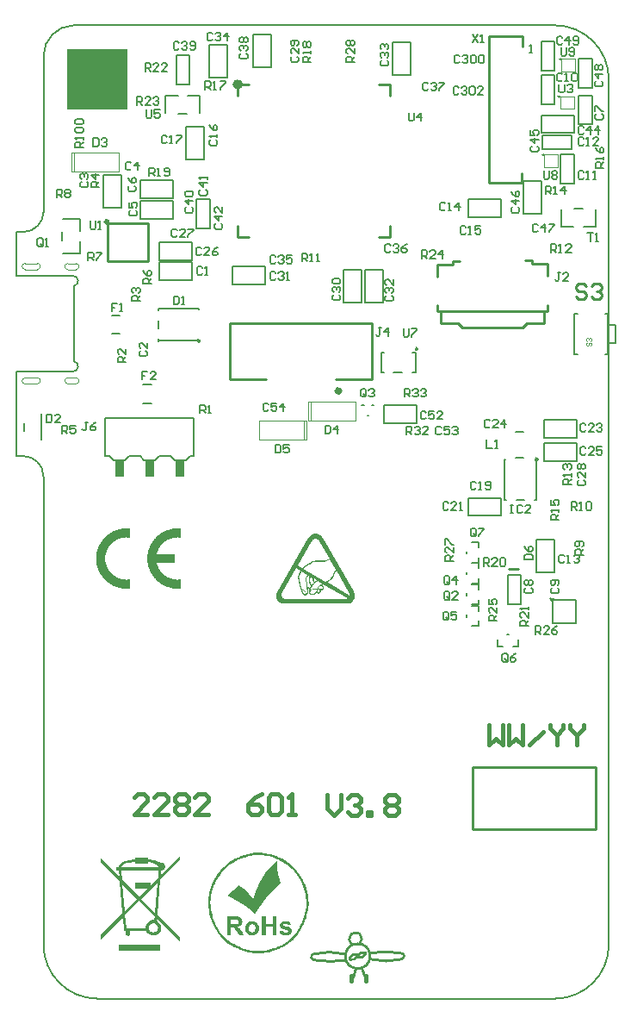
<source format=gto>
G04 Layer_Color=65535*
%FSLAX44Y44*%
%MOMM*%
G71*
G01*
G75*
%ADD48C,0.1500*%
%ADD51C,0.2000*%
%ADD54C,0.4000*%
%ADD55C,0.3000*%
%ADD75C,0.0000*%
%ADD94C,0.6000*%
%ADD95C,0.2540*%
%ADD96C,0.1270*%
%ADD97C,0.1000*%
%ADD98C,0.1999*%
%ADD99C,0.1200*%
%ADD100R,0.9000X1.7000*%
%ADD101R,6.0000X6.0000*%
G36*
X155955Y125601D02*
X137068Y106899D01*
X134105Y72273D01*
X155955Y50701D01*
Y49127D01*
Y48572D01*
Y46442D01*
X133827Y68385D01*
X133642Y66440D01*
X133735D01*
X133827Y66348D01*
X134476Y65977D01*
X135216Y65329D01*
X136142Y64496D01*
X136975Y63292D01*
X137623Y61904D01*
X137809Y61070D01*
X137901Y60237D01*
Y59219D01*
X137809Y58200D01*
Y58108D01*
X137716Y57923D01*
Y57645D01*
X137531Y57275D01*
X137161Y56349D01*
X136512Y55238D01*
X135679Y54127D01*
X134476Y53108D01*
X133735Y52738D01*
X132994Y52368D01*
X132069Y52090D01*
X131050Y51905D01*
X130124D01*
X129106Y51997D01*
X127902Y52275D01*
X126606Y52738D01*
X125958Y53201D01*
X125310Y53664D01*
X124662Y54219D01*
X124106Y54868D01*
X123551Y55701D01*
X123088Y56627D01*
X107441D01*
Y54127D01*
Y54034D01*
Y53756D01*
X107349Y53386D01*
X107164Y53016D01*
X106886Y52553D01*
X106423Y52183D01*
X105868Y51905D01*
X105034Y51812D01*
X104664D01*
X104294Y51905D01*
X103923Y52090D01*
X103460Y52368D01*
X103090Y52831D01*
X102812Y53386D01*
X102720Y54127D01*
Y56627D01*
X101053D01*
X99942Y70051D01*
X77907Y48201D01*
Y52368D01*
X99572Y73847D01*
X96980Y105048D01*
X77907Y123934D01*
Y128008D01*
X96517Y109584D01*
X95961Y115695D01*
X93461D01*
Y118842D01*
X95776D01*
Y118935D01*
X95869Y119305D01*
X96054Y119861D01*
X96331Y120416D01*
X96702Y121157D01*
X97165Y121898D01*
X97905Y122638D01*
X98739Y123379D01*
X99294Y123842D01*
X99387D01*
X99479Y123934D01*
X99757Y124027D01*
X100035Y124212D01*
X100498Y124397D01*
X101053Y124675D01*
X101701Y124860D01*
X102442Y125138D01*
X103275Y125323D01*
X104201Y125601D01*
X105219Y125879D01*
X106330Y126064D01*
X107534Y126249D01*
X108923Y126434D01*
X110311Y126619D01*
X111885Y126712D01*
Y128378D01*
X124569D01*
Y126712D01*
X125310D01*
X125958Y126619D01*
X126606Y126527D01*
X127439Y126434D01*
X129291Y126249D01*
X131328Y125786D01*
X133457Y125231D01*
X135587Y124490D01*
X137531Y123471D01*
X138642D01*
X139290Y123379D01*
X140031Y123101D01*
X140679Y122546D01*
X141234Y121805D01*
X141604Y120787D01*
Y120601D01*
X141697Y120231D01*
X141604Y119676D01*
X141512Y119028D01*
X141327Y118287D01*
X140864Y117546D01*
X140123Y116991D01*
X139105Y116528D01*
Y115695D01*
X137809D01*
X137438Y111436D01*
X155955Y129767D01*
Y125601D01*
D02*
G37*
G36*
X290722Y446740D02*
X291435Y446536D01*
X292250Y446332D01*
X293166Y445925D01*
X293981Y445416D01*
X294897Y444703D01*
X294999Y444601D01*
X295203Y444398D01*
X295712Y443889D01*
X295814Y443787D01*
X295916Y443583D01*
X296323Y442972D01*
X327075Y389716D01*
X327177Y389614D01*
X327279Y389308D01*
X327482Y388697D01*
X327788Y387985D01*
X327992Y387170D01*
X328093Y386152D01*
Y385133D01*
X327992Y384013D01*
Y383911D01*
X327890Y383708D01*
X327788Y383301D01*
X327686Y382893D01*
Y382791D01*
X327584Y382588D01*
X327381Y382282D01*
X327177Y381773D01*
X327075D01*
X326973Y381671D01*
X326770Y381366D01*
X326464Y380857D01*
X325955Y380347D01*
X325344Y379737D01*
X324631Y379126D01*
X323715Y378616D01*
X322696Y378209D01*
X322595D01*
X322289Y378107D01*
X321882Y378005D01*
X321474D01*
X321373Y377904D01*
X320965D01*
X320456Y377802D01*
X258443D01*
X257832Y377904D01*
X257119Y378107D01*
X256202Y378311D01*
X255286Y378718D01*
X254370Y379227D01*
X253453Y379940D01*
X253351Y380042D01*
X253148Y380246D01*
X252638Y380755D01*
X252537Y380857D01*
X252435Y381060D01*
X252027Y381773D01*
X251926Y381875D01*
X251824Y382180D01*
X251620Y382690D01*
X251315Y383402D01*
X251111Y384217D01*
X251009Y385133D01*
Y386152D01*
X251111Y387272D01*
Y387374D01*
X251213Y387679D01*
X251315Y388086D01*
X251416Y388392D01*
Y388494D01*
X251518Y388697D01*
X251722Y389003D01*
X251926Y389410D01*
Y389512D01*
Y389614D01*
X252027D01*
X282678Y442768D01*
Y442870D01*
X282882Y443074D01*
X283289Y443685D01*
X284103Y444601D01*
X285020Y445416D01*
X285224Y445518D01*
X285631Y445721D01*
X285733Y445823D01*
X285936Y445925D01*
X286344Y446129D01*
X286751Y446332D01*
X287362Y446536D01*
X288075Y446638D01*
X288788Y446842D01*
X290111D01*
X290722Y446740D01*
D02*
G37*
G36*
X234828Y133285D02*
X235384D01*
X236865Y133193D01*
X238624Y132915D01*
X240661Y132637D01*
X242975Y132174D01*
X245475Y131526D01*
X248160Y130786D01*
X250938Y129860D01*
X253808Y128656D01*
X256770Y127267D01*
X259733Y125601D01*
X262696Y123657D01*
X265566Y121435D01*
X268343Y118842D01*
X268528Y118657D01*
X268991Y118194D01*
X269732Y117361D01*
X270658Y116250D01*
X271676Y114861D01*
X272972Y113195D01*
X274268Y111250D01*
X275657Y109029D01*
X276953Y106621D01*
X278249Y103937D01*
X279546Y101066D01*
X280657Y98011D01*
X281583Y94678D01*
X282231Y91253D01*
X282694Y87642D01*
X282879Y83846D01*
Y83753D01*
Y83661D01*
Y83291D01*
Y82920D01*
X282786Y82457D01*
Y81902D01*
X282694Y80420D01*
X282416Y78661D01*
X282138Y76624D01*
X281675Y74310D01*
X281027Y71810D01*
X280286Y69125D01*
X279361Y66255D01*
X278157Y63385D01*
X276768Y60423D01*
X275102Y57460D01*
X273157Y54497D01*
X270935Y51627D01*
X268343Y48850D01*
X268158Y48664D01*
X267695Y48201D01*
X266862Y47553D01*
X265751Y46628D01*
X264362Y45517D01*
X262696Y44313D01*
X260751Y43017D01*
X258529Y41628D01*
X256122Y40239D01*
X253437Y38943D01*
X250567Y37740D01*
X247512Y36629D01*
X244272Y35703D01*
X240846Y35055D01*
X237235Y34592D01*
X233439Y34407D01*
X232514D01*
X232051Y34499D01*
X231495D01*
X230014Y34592D01*
X228255Y34870D01*
X226218Y35147D01*
X223903Y35610D01*
X221311Y36258D01*
X218626Y36999D01*
X215849Y37925D01*
X212978Y39128D01*
X209923Y40517D01*
X206961Y42184D01*
X203998Y44128D01*
X201128Y46350D01*
X198350Y48850D01*
X198165Y49035D01*
X197702Y49498D01*
X197054Y50331D01*
X196128Y51442D01*
X195017Y52831D01*
X193814Y54497D01*
X192518Y56441D01*
X191129Y58663D01*
X189740Y61070D01*
X188444Y63755D01*
X187240Y66625D01*
X186129Y69681D01*
X185204Y73014D01*
X184555Y76439D01*
X184093Y80050D01*
X183907Y83846D01*
Y83939D01*
Y84124D01*
Y84402D01*
Y84772D01*
X184000Y85235D01*
Y85883D01*
X184093Y87271D01*
X184370Y89031D01*
X184648Y91160D01*
X185111Y93382D01*
X185759Y95974D01*
X186500Y98659D01*
X187426Y101437D01*
X188629Y104307D01*
X190018Y107269D01*
X191684Y110232D01*
X193629Y113195D01*
X195851Y116065D01*
X198350Y118842D01*
X198535Y119028D01*
X198998Y119490D01*
X199832Y120231D01*
X200943Y121157D01*
X202331Y122175D01*
X203998Y123471D01*
X205942Y124768D01*
X208164Y126156D01*
X210664Y127453D01*
X213349Y128749D01*
X216219Y130045D01*
X219274Y131156D01*
X222607Y132082D01*
X226033Y132730D01*
X229643Y133193D01*
X233439Y133378D01*
X234365D01*
X234828Y133285D01*
D02*
G37*
G36*
X156765Y442823D02*
X154177D01*
Y443059D01*
X153941D01*
Y442823D01*
X153706D01*
Y443059D01*
X153471D01*
Y442823D01*
X150647D01*
Y442588D01*
X149471D01*
Y442353D01*
X148294D01*
Y442118D01*
X147588D01*
Y441882D01*
X146882D01*
Y441647D01*
X146177D01*
Y441412D01*
X145706D01*
Y441176D01*
X145235D01*
Y440941D01*
X144529D01*
Y440706D01*
X144294D01*
Y440471D01*
X143823D01*
Y440235D01*
X143353D01*
Y440000D01*
X142882D01*
Y439765D01*
X142647D01*
Y439529D01*
X142176D01*
Y439294D01*
X141941D01*
Y439059D01*
X141471D01*
Y438824D01*
X141235D01*
Y438588D01*
X141000D01*
Y438353D01*
X140529D01*
Y438118D01*
X140294D01*
Y437882D01*
X140059D01*
Y437647D01*
X139824D01*
Y437412D01*
X139588D01*
Y437177D01*
X139353D01*
Y436941D01*
X139118D01*
Y436706D01*
X138882D01*
Y436471D01*
X138647D01*
Y436235D01*
X138412D01*
Y436000D01*
X138176D01*
Y435765D01*
X137941D01*
Y435529D01*
X137706D01*
Y435059D01*
X137471D01*
Y434823D01*
X137235D01*
Y434588D01*
X137000D01*
Y434118D01*
X136765D01*
Y433882D01*
X136529D01*
Y433647D01*
X136294D01*
Y433176D01*
X136059D01*
Y432706D01*
X135823D01*
Y432471D01*
X135588D01*
Y432000D01*
X135353D01*
Y431529D01*
X135118D01*
Y431059D01*
X134882D01*
Y430353D01*
X134647D01*
Y429882D01*
X134412D01*
Y429176D01*
X134177D01*
Y428471D01*
X133941D01*
Y427765D01*
X133706D01*
Y426588D01*
X150882D01*
Y417882D01*
X133706D01*
Y417647D01*
X133471D01*
Y417412D01*
X133706D01*
Y416706D01*
X133941D01*
Y415765D01*
X134177D01*
Y415059D01*
X134412D01*
Y414588D01*
X134647D01*
Y413882D01*
X134882D01*
Y413412D01*
X135118D01*
Y412941D01*
X135353D01*
Y412471D01*
X135588D01*
Y412000D01*
X135823D01*
Y411765D01*
X136059D01*
Y411294D01*
X136294D01*
Y410824D01*
X136529D01*
Y410588D01*
X136765D01*
Y410353D01*
X137000D01*
Y409882D01*
X137235D01*
Y409647D01*
X137471D01*
Y409412D01*
X137706D01*
Y408941D01*
X137941D01*
Y408706D01*
X138176D01*
Y408471D01*
X138412D01*
Y408235D01*
X138647D01*
Y408000D01*
X138882D01*
Y407765D01*
X139118D01*
Y407529D01*
X139353D01*
Y407294D01*
X139588D01*
Y407059D01*
X139824D01*
Y406824D01*
X140059D01*
Y406588D01*
X140294D01*
Y406353D01*
X140529D01*
Y406118D01*
X141000D01*
Y405882D01*
X141235D01*
Y405647D01*
X141471D01*
Y405412D01*
X141941D01*
Y405177D01*
X142176D01*
Y404941D01*
X142647D01*
Y404706D01*
X142882D01*
Y404471D01*
X143353D01*
Y404235D01*
X143823D01*
Y404000D01*
X144059D01*
Y403765D01*
X144529D01*
Y403529D01*
X145000D01*
Y403294D01*
X145706D01*
Y403059D01*
X146177D01*
Y402823D01*
X146882D01*
Y402588D01*
X147588D01*
Y402353D01*
X148294D01*
Y402118D01*
X149235D01*
Y401882D01*
X150647D01*
Y401647D01*
X152765D01*
Y401412D01*
X154647D01*
Y401647D01*
X156765D01*
Y392706D01*
X150412D01*
Y392941D01*
X148765D01*
Y393176D01*
X147588D01*
Y393412D01*
X146412D01*
Y393647D01*
X145706D01*
Y393882D01*
X144765D01*
Y394118D01*
X144059D01*
Y394353D01*
X143353D01*
Y394588D01*
X142882D01*
Y394823D01*
X142176D01*
Y395059D01*
X141706D01*
Y395294D01*
X141235D01*
Y395529D01*
X140765D01*
Y395765D01*
X140294D01*
Y396000D01*
X139824D01*
Y396235D01*
X139353D01*
Y396471D01*
X138882D01*
Y396706D01*
X138647D01*
Y396941D01*
X138176D01*
Y397177D01*
X137706D01*
Y397412D01*
X137471D01*
Y397647D01*
X137000D01*
Y397882D01*
X136765D01*
Y398118D01*
X136529D01*
Y398353D01*
X136059D01*
Y398588D01*
X135823D01*
Y398824D01*
X135588D01*
Y399059D01*
X135118D01*
Y399294D01*
X134882D01*
Y399529D01*
X134647D01*
Y399765D01*
X134412D01*
Y400000D01*
X134177D01*
Y400235D01*
X133941D01*
Y400471D01*
X133471D01*
Y400706D01*
X133235D01*
Y400941D01*
X133000D01*
Y401176D01*
X132765D01*
Y401412D01*
X132529D01*
Y401647D01*
X132294D01*
Y401882D01*
X132059D01*
Y402353D01*
X131824D01*
Y402588D01*
X131588D01*
Y402823D01*
X131353D01*
Y403059D01*
X131118D01*
Y403294D01*
X130882D01*
Y403529D01*
X130647D01*
Y404000D01*
X130412D01*
Y404235D01*
X130176D01*
Y404471D01*
X129941D01*
Y404941D01*
X129706D01*
Y405177D01*
X129471D01*
Y405412D01*
X129235D01*
Y405882D01*
X129000D01*
Y406118D01*
X128765D01*
Y406588D01*
X128529D01*
Y407059D01*
X128294D01*
Y407294D01*
X128059D01*
Y407765D01*
X127823D01*
Y408235D01*
X127588D01*
Y408706D01*
X127353D01*
Y409176D01*
X127118D01*
Y409647D01*
X126882D01*
Y410118D01*
X126647D01*
Y410588D01*
X126412D01*
Y411294D01*
X126177D01*
Y411765D01*
X125941D01*
Y412471D01*
X125706D01*
Y413176D01*
X125471D01*
Y413882D01*
X125235D01*
Y414823D01*
X125000D01*
Y415765D01*
X124765D01*
Y416941D01*
X124529D01*
Y418353D01*
X124294D01*
Y421412D01*
X124059D01*
Y422823D01*
X124294D01*
Y426118D01*
X124529D01*
Y427529D01*
X124765D01*
Y428706D01*
X125000D01*
Y429647D01*
X125235D01*
Y430588D01*
X125471D01*
Y431294D01*
X125706D01*
Y432000D01*
X125941D01*
Y432706D01*
X126177D01*
Y433176D01*
X126412D01*
Y433882D01*
X126647D01*
Y434353D01*
X126882D01*
Y434823D01*
X127118D01*
Y435294D01*
X127353D01*
Y435765D01*
X127588D01*
Y436235D01*
X127823D01*
Y436706D01*
X128059D01*
Y437177D01*
X128294D01*
Y437412D01*
X128529D01*
Y437882D01*
X128765D01*
Y438353D01*
X129000D01*
Y438588D01*
X129235D01*
Y439059D01*
X129471D01*
Y439294D01*
X129706D01*
Y439529D01*
X129941D01*
Y440000D01*
X130176D01*
Y440235D01*
X130412D01*
Y440471D01*
X130647D01*
Y440941D01*
X130882D01*
Y441176D01*
X131118D01*
Y441412D01*
X131353D01*
Y441647D01*
X131588D01*
Y441882D01*
X131824D01*
Y442118D01*
X132059D01*
Y442353D01*
X132294D01*
Y442823D01*
X132529D01*
Y443059D01*
X132765D01*
Y443294D01*
X133000D01*
Y443529D01*
X133471D01*
Y443765D01*
X133706D01*
Y444000D01*
X133941D01*
Y444235D01*
X134177D01*
Y444471D01*
X134412D01*
Y444706D01*
X134647D01*
Y444941D01*
X134882D01*
Y445177D01*
X135353D01*
Y445412D01*
X135588D01*
Y445647D01*
X135823D01*
Y445882D01*
X136059D01*
Y446118D01*
X136529D01*
Y446353D01*
X136765D01*
Y446588D01*
X137235D01*
Y446824D01*
X137471D01*
Y447059D01*
X137941D01*
Y447294D01*
X138176D01*
Y447529D01*
X138647D01*
Y447765D01*
X139118D01*
Y448000D01*
X139353D01*
Y448235D01*
X139824D01*
Y448471D01*
X140294D01*
Y448706D01*
X140765D01*
Y448941D01*
X141235D01*
Y449176D01*
X141706D01*
Y449412D01*
X142412D01*
Y449647D01*
X142882D01*
Y449882D01*
X143588D01*
Y450118D01*
X144294D01*
Y450353D01*
X145000D01*
Y450588D01*
X145706D01*
Y450824D01*
X146647D01*
Y451059D01*
X147588D01*
Y451294D01*
X148765D01*
Y451529D01*
X150647D01*
Y451765D01*
X156765D01*
Y442823D01*
D02*
G37*
G36*
X106412Y451529D02*
X106647D01*
Y442823D01*
X103823D01*
Y443059D01*
X103118D01*
Y442823D01*
X100294D01*
Y442588D01*
X99118D01*
Y442353D01*
X98176D01*
Y442118D01*
X97235D01*
Y441882D01*
X96529D01*
Y441647D01*
X95823D01*
Y441412D01*
X95353D01*
Y441176D01*
X94882D01*
Y440941D01*
X94412D01*
Y440706D01*
X93941D01*
Y440471D01*
X93471D01*
Y440235D01*
X93000D01*
Y440000D01*
X92529D01*
Y439765D01*
X92294D01*
Y439529D01*
X91824D01*
Y439294D01*
X91588D01*
Y439059D01*
X91118D01*
Y438824D01*
X90882D01*
Y438588D01*
X90647D01*
Y438353D01*
X90176D01*
Y438118D01*
X89941D01*
Y437882D01*
X89706D01*
Y437647D01*
X89471D01*
Y437412D01*
X89235D01*
Y437177D01*
X89000D01*
Y436941D01*
X88765D01*
Y436706D01*
X88529D01*
Y436471D01*
X88294D01*
Y436235D01*
X88059D01*
Y436000D01*
X87823D01*
Y435765D01*
X87588D01*
Y435529D01*
X87353D01*
Y435059D01*
X87118D01*
Y434823D01*
X86882D01*
Y434588D01*
X86647D01*
Y434118D01*
X86412D01*
Y433882D01*
X86177D01*
Y433412D01*
X85941D01*
Y433176D01*
X85706D01*
Y432706D01*
X85471D01*
Y432235D01*
X85235D01*
Y432000D01*
X85000D01*
Y431529D01*
X84765D01*
Y431059D01*
X84529D01*
Y430353D01*
X84294D01*
Y429882D01*
X84059D01*
Y429176D01*
X83823D01*
Y428471D01*
X83588D01*
Y427765D01*
X83353D01*
Y426824D01*
X83118D01*
Y425647D01*
X82882D01*
Y423529D01*
X82647D01*
Y420941D01*
X82882D01*
Y418824D01*
X83118D01*
Y417647D01*
X83353D01*
Y416706D01*
X83588D01*
Y416000D01*
X83823D01*
Y415294D01*
X84059D01*
Y414588D01*
X84294D01*
Y414118D01*
X84529D01*
Y413412D01*
X84765D01*
Y412941D01*
X85000D01*
Y412471D01*
X85235D01*
Y412235D01*
X85471D01*
Y411765D01*
X85706D01*
Y411294D01*
X85941D01*
Y411059D01*
X86177D01*
Y410588D01*
X86412D01*
Y410353D01*
X86647D01*
Y410118D01*
Y409882D01*
X86882D01*
Y409647D01*
X87118D01*
Y409412D01*
X87353D01*
Y408941D01*
X87588D01*
Y408706D01*
X87823D01*
Y408471D01*
X88059D01*
Y408235D01*
X88294D01*
Y408000D01*
X88529D01*
Y407765D01*
X88765D01*
Y407529D01*
X89000D01*
Y407294D01*
X89235D01*
Y407059D01*
X89471D01*
Y406824D01*
X89706D01*
Y406588D01*
X89941D01*
Y406353D01*
X90176D01*
Y406118D01*
X90647D01*
Y405882D01*
X90882D01*
Y405647D01*
X91118D01*
Y405412D01*
X91588D01*
Y405177D01*
X91824D01*
Y404941D01*
X92294D01*
Y404706D01*
X92529D01*
Y404471D01*
X93000D01*
Y404235D01*
X93471D01*
Y404000D01*
X93706D01*
Y403765D01*
X94177D01*
Y403529D01*
X94647D01*
Y403294D01*
X95353D01*
Y403059D01*
X95823D01*
Y402823D01*
X96529D01*
Y402588D01*
X97235D01*
Y402353D01*
X97941D01*
Y402118D01*
X98882D01*
Y401882D01*
X100294D01*
Y401647D01*
X102412D01*
Y401412D01*
X104294D01*
Y401647D01*
X106647D01*
Y392706D01*
X100059D01*
Y392941D01*
X98412D01*
Y393176D01*
X97235D01*
Y393412D01*
X96059D01*
Y393647D01*
X95353D01*
Y393882D01*
X94412D01*
Y394118D01*
X93706D01*
Y394353D01*
X93235D01*
Y394588D01*
X92529D01*
Y394823D01*
X92059D01*
Y395059D01*
X91353D01*
Y395294D01*
X90882D01*
Y395529D01*
X90412D01*
Y395765D01*
X89941D01*
Y396000D01*
X89471D01*
Y396235D01*
X89000D01*
Y396471D01*
X88765D01*
Y396706D01*
X88294D01*
Y396941D01*
X87823D01*
Y397177D01*
X87588D01*
Y397412D01*
X87118D01*
Y397647D01*
X86882D01*
Y397882D01*
X86412D01*
Y398118D01*
X86177D01*
Y398353D01*
X85706D01*
Y398588D01*
X85471D01*
Y398824D01*
X85235D01*
Y399059D01*
X84765D01*
Y399294D01*
X84529D01*
Y399529D01*
X84294D01*
Y399765D01*
X84059D01*
Y400000D01*
X83823D01*
Y400235D01*
X83588D01*
Y400471D01*
X83353D01*
Y400706D01*
X82882D01*
Y400941D01*
X82647D01*
Y401176D01*
X82412D01*
Y401412D01*
X82177D01*
Y401882D01*
X81941D01*
Y402118D01*
X81706D01*
Y402353D01*
X81471D01*
Y402588D01*
X81235D01*
Y402823D01*
X81000D01*
Y403059D01*
X80765D01*
Y403294D01*
X80529D01*
Y403529D01*
X80294D01*
Y404000D01*
X80059D01*
Y404235D01*
X79823D01*
Y404471D01*
X79588D01*
Y404941D01*
X79353D01*
Y405177D01*
X79118D01*
Y405412D01*
X78882D01*
Y405882D01*
X78647D01*
Y406118D01*
X78412D01*
Y406588D01*
X78176D01*
Y407059D01*
X77941D01*
Y407294D01*
X77706D01*
Y407765D01*
X77471D01*
Y408235D01*
X77235D01*
Y408706D01*
X77000D01*
Y409176D01*
X76765D01*
Y409647D01*
X76529D01*
Y410118D01*
X76294D01*
Y410588D01*
X76059D01*
Y411294D01*
X75823D01*
Y411765D01*
X75588D01*
Y412471D01*
X75353D01*
Y413176D01*
X75118D01*
Y413882D01*
X74882D01*
Y414823D01*
X74647D01*
Y415765D01*
X74412D01*
Y416941D01*
X74177D01*
Y418588D01*
X73941D01*
Y425882D01*
X74177D01*
Y427529D01*
X74412D01*
Y428706D01*
X74647D01*
Y429647D01*
X74882D01*
Y430353D01*
X75118D01*
Y431294D01*
X75353D01*
Y432000D01*
X75588D01*
Y432471D01*
X75823D01*
Y433176D01*
X76059D01*
Y433882D01*
X76294D01*
Y434353D01*
X76529D01*
Y434823D01*
X76765D01*
Y435294D01*
X77000D01*
Y435765D01*
X77235D01*
Y436235D01*
X77471D01*
Y436706D01*
X77706D01*
Y436941D01*
X77941D01*
Y437412D01*
X78176D01*
Y437882D01*
X78412D01*
Y438118D01*
X78647D01*
Y438588D01*
X78882D01*
Y438824D01*
X79118D01*
Y439294D01*
X79353D01*
Y439529D01*
X79588D01*
Y440000D01*
X79823D01*
Y440235D01*
X80059D01*
Y440471D01*
X80294D01*
Y440706D01*
X80529D01*
Y441176D01*
X80765D01*
Y441412D01*
X81000D01*
Y441647D01*
X81235D01*
Y441882D01*
X81471D01*
Y442118D01*
X81706D01*
Y442353D01*
X81941D01*
Y442588D01*
X82177D01*
Y442823D01*
X82412D01*
Y443294D01*
X82882D01*
Y443529D01*
X83118D01*
Y443765D01*
X83353D01*
Y444000D01*
X83588D01*
Y444235D01*
X83823D01*
Y444471D01*
X84059D01*
Y444706D01*
X84294D01*
Y444941D01*
X84529D01*
Y445177D01*
X85000D01*
Y445412D01*
X85235D01*
Y445647D01*
X85471D01*
Y445882D01*
X85706D01*
Y446118D01*
X86177D01*
Y446353D01*
X86412D01*
Y446588D01*
X86882D01*
Y446824D01*
X87118D01*
Y447059D01*
X87588D01*
Y447294D01*
X87823D01*
Y447529D01*
X88294D01*
Y447765D01*
X88765D01*
Y448000D01*
X89000D01*
Y448235D01*
X89471D01*
Y448471D01*
X89941D01*
Y448706D01*
X90412D01*
Y448941D01*
X90882D01*
Y449176D01*
X91353D01*
Y449412D01*
X92059D01*
Y449647D01*
X92529D01*
Y449882D01*
X93235D01*
Y450118D01*
X93941D01*
Y450353D01*
X94647D01*
Y450588D01*
X95353D01*
Y450824D01*
X96294D01*
Y451059D01*
X97235D01*
Y451294D01*
X98647D01*
Y451529D01*
X100294D01*
Y451765D01*
X106412D01*
Y451529D01*
D02*
G37*
G36*
X137068Y37277D02*
X95961D01*
Y43202D01*
X137068D01*
Y37277D01*
D02*
G37*
%LPC*%
G36*
X134291Y104122D02*
X118181Y88105D01*
X131791Y74588D01*
X134291Y104122D01*
D02*
G37*
G36*
X116052Y86068D02*
X102257Y72366D01*
X103368Y59126D01*
X122532D01*
Y59219D01*
Y59311D01*
Y59774D01*
Y59867D01*
Y59960D01*
Y60423D01*
Y60515D01*
X122625Y60885D01*
X122718Y61348D01*
X122903Y61996D01*
X123181Y62737D01*
X123551Y63478D01*
X124106Y64311D01*
X124754Y65052D01*
X124847D01*
X124940Y65144D01*
Y65237D01*
X125125Y65329D01*
X125588Y65700D01*
X126328Y66255D01*
X127347Y66811D01*
X127439D01*
X127625Y66903D01*
X127995Y66996D01*
X128458Y67088D01*
X129013Y67181D01*
X131143D01*
X131513Y70792D01*
X116052Y86068D01*
D02*
G37*
G36*
X99664Y102270D02*
X101979Y76162D01*
X114015Y88105D01*
X99664Y102270D01*
D02*
G37*
G36*
X111885Y124120D02*
X111145D01*
X110589Y124027D01*
X109941Y123934D01*
X109293D01*
X107627Y123749D01*
X105775Y123379D01*
X103923Y123009D01*
X102257Y122546D01*
X101516Y122268D01*
X100868Y121898D01*
X100220Y121527D01*
X100127Y121435D01*
X99942Y121342D01*
X99387Y120787D01*
X98739Y119953D01*
X98461Y119398D01*
X98368Y118842D01*
X135587D01*
Y118935D01*
X135494Y119028D01*
X135309Y119583D01*
X135124Y119953D01*
X134753Y120324D01*
X134383Y120787D01*
X133920Y121250D01*
X133272Y121712D01*
X132531Y122083D01*
X131606Y122546D01*
X130587Y122916D01*
X129384Y123286D01*
X127995Y123564D01*
X126328Y123842D01*
X124569Y123934D01*
Y122823D01*
X111885D01*
Y124120D01*
D02*
G37*
G36*
X135309Y115695D02*
X98553D01*
X99294Y106806D01*
X116052Y90234D01*
X124199Y98289D01*
X112256D01*
Y103566D01*
X127532D01*
Y101622D01*
X134753Y108658D01*
X135309Y115695D01*
D02*
G37*
G36*
X130957Y63941D02*
X130032D01*
X129569Y63848D01*
X128828Y63755D01*
X127995Y63385D01*
X127162Y62922D01*
X126514Y62089D01*
X125958Y61070D01*
X125865Y60330D01*
X125773Y59589D01*
Y59497D01*
Y59404D01*
X125865Y58941D01*
X126051Y58200D01*
X126328Y57367D01*
X126884Y56534D01*
X127625Y55886D01*
X128736Y55330D01*
X129476Y55238D01*
X130217Y55145D01*
X130402D01*
X130957Y55238D01*
X131606Y55423D01*
X132439Y55701D01*
X133272Y56256D01*
X134013Y56997D01*
X134476Y58108D01*
X134568Y58849D01*
X134661Y59589D01*
Y59682D01*
Y59774D01*
X134568Y60237D01*
X134476Y60978D01*
X134105Y61811D01*
X133550Y62552D01*
X132809Y63292D01*
X131698Y63755D01*
X130957Y63941D01*
D02*
G37*
G36*
X289602Y441648D02*
X289398D01*
X288889Y441546D01*
X288177Y441445D01*
X287362Y441037D01*
X287260Y440936D01*
X287158Y440834D01*
X287057D01*
X286955Y440732D01*
X286649Y440426D01*
X286242Y440019D01*
X285835Y439408D01*
X272088Y415580D01*
X276568Y413034D01*
X276670Y413136D01*
X276874Y413442D01*
X277383Y413849D01*
X277994Y414358D01*
X278096Y414460D01*
X278503Y414664D01*
X279012Y415071D01*
X279725Y415478D01*
X279827Y415580D01*
X280132Y415784D01*
X280234D01*
X280336Y415886D01*
X280641Y416089D01*
X280743D01*
X280845Y416191D01*
X281252Y416497D01*
X281761Y416802D01*
X282067Y417006D01*
X282169Y417108D01*
X282474Y417311D01*
X282983Y417617D01*
X283696Y418024D01*
X285224Y418941D01*
X286038Y419348D01*
X286853Y419653D01*
X286955D01*
X287260Y419755D01*
X287769Y419959D01*
X288380Y420061D01*
X289093Y420162D01*
X290009Y420264D01*
X291028Y420366D01*
X292250D01*
X292759Y420264D01*
X294592D01*
X295508Y420162D01*
X297341D01*
X297749Y420264D01*
X298665Y420468D01*
X299785Y420773D01*
X303247Y422199D01*
X293268Y439510D01*
X293166D01*
X293064Y439612D01*
X292861Y440019D01*
Y440121D01*
X292657Y440223D01*
X292453Y440426D01*
X292352Y440528D01*
X292250Y440630D01*
X291639Y441037D01*
X290722Y441343D01*
X290213Y441546D01*
X289602D01*
Y441648D01*
D02*
G37*
G36*
X291944Y391854D02*
Y391752D01*
X291842Y391345D01*
Y391243D01*
X291639Y390836D01*
X291435Y390225D01*
X291028Y389512D01*
X291130Y389410D01*
X291333Y389308D01*
X291741Y389207D01*
X292250Y389105D01*
X292657D01*
X292962Y389207D01*
X293268Y389410D01*
X293370D01*
X293472Y389512D01*
Y389716D01*
X293573Y389818D01*
Y390021D01*
Y390123D01*
Y390429D01*
Y390836D01*
X293268Y391345D01*
X293166D01*
X293064Y391447D01*
X292861D01*
X292759Y391549D01*
X292657D01*
X292453Y391650D01*
X292148Y391752D01*
X291944Y391854D01*
D02*
G37*
G36*
X282271Y405703D02*
Y405601D01*
X282169Y405194D01*
X281863Y404583D01*
X281354Y403768D01*
X281252Y403666D01*
X281049Y403259D01*
X280743Y402750D01*
X280641Y402342D01*
Y402241D01*
Y401833D01*
X280743Y401222D01*
X280845Y400713D01*
X281049Y400102D01*
Y400000D01*
X281150Y399797D01*
X281252Y399491D01*
X281354Y399084D01*
X281558Y398167D01*
Y397862D01*
Y397556D01*
Y397353D01*
X281456Y396945D01*
X281354Y396233D01*
Y395418D01*
Y395214D01*
X281456Y395113D01*
X281558D01*
X281660Y395011D01*
X281863Y394909D01*
X282067Y394705D01*
X282169D01*
X282271Y394604D01*
X282474Y394400D01*
X282576Y394298D01*
X282780Y394094D01*
X283187Y393891D01*
X283289D01*
X283391Y393687D01*
X283798Y393483D01*
X283900Y393687D01*
X284103Y394094D01*
X284409Y394705D01*
X284918Y395520D01*
X284816Y395724D01*
X284613Y396131D01*
X284205Y396742D01*
X283900Y397455D01*
Y397556D01*
X283798Y397760D01*
X283696Y397964D01*
X283594D01*
Y398066D01*
Y398167D01*
X283493Y398473D01*
Y398575D01*
Y398677D01*
X283391Y398982D01*
X283289Y399593D01*
Y400408D01*
Y400509D01*
Y400713D01*
Y401222D01*
Y401324D01*
Y401528D01*
Y402241D01*
Y402342D01*
Y402750D01*
Y403157D01*
X283391Y403666D01*
Y403768D01*
X283594Y404073D01*
X284002Y404786D01*
X282271Y405703D01*
D02*
G37*
G36*
X294999Y395622D02*
X294897D01*
X294795Y395520D01*
X294388Y395316D01*
X293981Y395011D01*
X293675Y394807D01*
X293573Y394705D01*
X293268Y394400D01*
X292861Y393891D01*
X292453Y393280D01*
Y393178D01*
X292352Y393076D01*
Y392974D01*
X292453D01*
X292555Y392872D01*
X293064Y392567D01*
X293268D01*
X293675Y392465D01*
X294286Y392363D01*
X295101Y392261D01*
X295610D01*
X296017Y392363D01*
X296323Y392567D01*
Y392669D01*
Y392771D01*
X296425Y393076D01*
X296527Y393382D01*
Y393585D01*
Y393687D01*
Y393789D01*
Y393993D01*
X296323Y394196D01*
Y394298D01*
X296221D01*
Y394400D01*
Y394502D01*
X296017Y394604D01*
X295712Y395011D01*
X295203Y395418D01*
X294999Y395622D01*
D02*
G37*
G36*
X291842Y400306D02*
X291639Y400204D01*
X291130Y399797D01*
X290417Y399186D01*
X289398Y398473D01*
X289297D01*
X289195Y398269D01*
X288584Y397760D01*
X287769Y397047D01*
X286955Y396131D01*
X286853Y396029D01*
X286547Y395622D01*
X286140Y395113D01*
X285733Y394400D01*
X285224Y393585D01*
X284816Y392669D01*
X284511Y391752D01*
X284422Y390950D01*
X284409Y390938D01*
Y390836D01*
X284422Y390950D01*
X284511Y391040D01*
X284613Y391243D01*
X284714Y391345D01*
X284816Y391447D01*
X285122Y391650D01*
X285631Y391956D01*
X286242Y392261D01*
X286344D01*
X286446Y392363D01*
X286751D01*
X286853Y392465D01*
X286955D01*
X287158Y392567D01*
X287362D01*
X287973Y392669D01*
X289398D01*
X289500Y392567D01*
X289908Y392465D01*
X290213D01*
X290824Y392261D01*
Y392363D01*
X290926Y392465D01*
X291028Y392771D01*
Y392872D01*
X291130Y392974D01*
X291231Y393382D01*
X291435Y393789D01*
Y393891D01*
X291537Y393993D01*
X291842Y394400D01*
X292352Y395011D01*
X292962Y395622D01*
X293064D01*
X293268Y395825D01*
X293675Y396131D01*
X294286Y396538D01*
X294388D01*
X294490Y396640D01*
X294999Y397047D01*
X295508Y397455D01*
X296017Y397862D01*
X291842Y400306D01*
D02*
G37*
G36*
X303756Y421181D02*
X300192Y419755D01*
X300091D01*
X299887Y419653D01*
X299581Y419552D01*
X299174Y419348D01*
X298156Y419144D01*
X296934Y418941D01*
X295814D01*
X294795Y419042D01*
X293472Y419144D01*
X290315D01*
X288788Y418941D01*
X287260Y418635D01*
X287158D01*
X286955Y418533D01*
X286547Y418330D01*
X285936Y418024D01*
X285325Y417719D01*
X284511Y417311D01*
X283696Y416700D01*
X282780Y416089D01*
X282678Y415988D01*
X282372Y415886D01*
X281965Y415580D01*
X281252Y415071D01*
X281049Y414969D01*
X280743Y414867D01*
X280336Y414562D01*
X280234Y414460D01*
X279827Y414256D01*
X279317Y413849D01*
X278706Y413442D01*
X278605Y413340D01*
X278299Y413136D01*
X277994Y412831D01*
X277586Y412424D01*
X299581Y399695D01*
X299683D01*
X299989Y399797D01*
X300396Y400000D01*
X301007Y400306D01*
X301720Y400713D01*
X302534Y401324D01*
X303451Y402139D01*
X304469Y403055D01*
X304571Y403157D01*
X304673Y403259D01*
X305182Y403870D01*
X305284Y403972D01*
X305386Y404073D01*
X305793Y404583D01*
X305895Y404684D01*
X305997Y404990D01*
X306302Y405601D01*
X306709Y406517D01*
Y406619D01*
X306811Y406721D01*
X307015Y407332D01*
X307218Y407943D01*
X307524Y408656D01*
X307626Y408859D01*
X307931Y409267D01*
X308339Y409776D01*
X308848Y410387D01*
X308950Y410489D01*
X309153Y410591D01*
X309662Y410998D01*
X303756Y421181D01*
D02*
G37*
G36*
X287973Y402444D02*
Y402342D01*
Y402139D01*
X287871Y401935D01*
Y401731D01*
Y401630D01*
Y401426D01*
X288075Y400815D01*
Y400713D01*
X288177Y400509D01*
X288278Y400408D01*
X288380Y400102D01*
X288584Y399695D01*
X288788Y399389D01*
X288889D01*
X288991Y399593D01*
X289500Y399898D01*
X290111Y400408D01*
X290722Y400917D01*
X287973Y402444D01*
D02*
G37*
G36*
X285020Y404175D02*
Y404073D01*
X284816Y403972D01*
X284511Y403361D01*
Y403259D01*
Y403055D01*
X284409Y402648D01*
Y402241D01*
Y402139D01*
Y401935D01*
Y401324D01*
Y400713D01*
Y400509D01*
Y400408D01*
Y400204D01*
Y399797D01*
X284511Y399288D01*
X284613Y398778D01*
Y398677D01*
X284714Y398371D01*
X284816Y398167D01*
X284918Y397964D01*
Y397862D01*
X285122Y397556D01*
X285325Y397047D01*
X285733Y396436D01*
Y396538D01*
X285835Y396640D01*
X285936Y396742D01*
X286038Y396844D01*
X286242Y397047D01*
X286649Y397455D01*
X287260Y398066D01*
X287973Y398677D01*
X287871Y398778D01*
X287769Y398982D01*
X287464Y399491D01*
X287158Y400102D01*
X287057Y400306D01*
Y400408D01*
X286955Y400713D01*
X286853Y401120D01*
X286751Y401630D01*
Y401731D01*
Y402037D01*
X286853Y402546D01*
X286955Y403055D01*
X285020Y404175D01*
D02*
G37*
G36*
X275448Y409776D02*
Y409674D01*
Y409572D01*
X275244Y408961D01*
X274939Y407943D01*
X274328Y406721D01*
Y406619D01*
X274226Y406517D01*
X273921Y405906D01*
X273717Y405194D01*
X273513Y404684D01*
Y404481D01*
X273411Y404277D01*
Y403972D01*
X273513Y403462D01*
Y402953D01*
X273717Y402241D01*
X273921Y401426D01*
Y401324D01*
X274022Y401019D01*
X274124Y400713D01*
X274226Y400408D01*
Y400306D01*
Y400102D01*
X274328Y399593D01*
X274532Y398677D01*
X274735Y397353D01*
Y397251D01*
Y397149D01*
X274837Y396436D01*
X274939Y395724D01*
X275142Y394909D01*
X275244Y394705D01*
X275346Y394298D01*
X275652Y393687D01*
X275957Y392974D01*
X276059Y392872D01*
X276161Y392465D01*
X276263Y392058D01*
X276466Y391650D01*
X276670D01*
X276772Y391752D01*
X277383D01*
X277994Y391549D01*
X278401Y391345D01*
X278808Y391141D01*
X279114Y390734D01*
X279521Y390225D01*
X279623Y390021D01*
X279827Y389818D01*
X279928Y389716D01*
X280030Y389512D01*
X280336Y388799D01*
Y388596D01*
Y388188D01*
Y388086D01*
Y387985D01*
Y387781D01*
Y387679D01*
X280438Y387781D01*
X280641Y387883D01*
X280743Y387985D01*
X281049Y388392D01*
X281354Y388901D01*
X281558Y389614D01*
Y389818D01*
Y390021D01*
X281456Y390327D01*
Y390836D01*
X281252Y391549D01*
X281049Y392363D01*
X280743Y393382D01*
X280641Y393483D01*
Y393687D01*
X280539Y394094D01*
X280438Y394196D01*
Y394400D01*
X280336Y394705D01*
Y394807D01*
X280234Y395011D01*
Y395113D01*
Y395418D01*
Y395520D01*
Y395622D01*
Y396233D01*
Y396945D01*
X280438Y397862D01*
Y397964D01*
Y398167D01*
X280336Y398778D01*
X280234Y399186D01*
X280030Y399695D01*
Y399797D01*
X279928Y400000D01*
X279827Y400408D01*
X279725Y400815D01*
X279521Y401731D01*
X279419Y402241D01*
Y402546D01*
Y402648D01*
X279623Y403055D01*
X279928Y403666D01*
X280438Y404379D01*
Y404481D01*
X280539Y404583D01*
X280845Y405092D01*
X281150Y405805D01*
X281252Y406416D01*
X275448Y409776D01*
D02*
G37*
G36*
X277586Y391243D02*
X277077D01*
X276772Y391141D01*
X276670D01*
X276772Y390734D01*
Y390632D01*
X276874Y390429D01*
X277077Y390021D01*
X277179Y389614D01*
X277586Y388697D01*
X277790Y388290D01*
X277994Y387985D01*
X278096Y387883D01*
X278299Y387679D01*
X278706Y387476D01*
X279216Y387272D01*
X279623D01*
X279725Y387374D01*
Y387476D01*
Y387679D01*
Y387781D01*
X279827Y387883D01*
Y388188D01*
Y388290D01*
Y388392D01*
Y388494D01*
X279725Y388596D01*
Y388697D01*
X279623Y388901D01*
X279317Y389512D01*
Y389614D01*
X279216Y389716D01*
X279114Y389818D01*
X279012Y390021D01*
Y390123D01*
X278910Y390225D01*
X278503Y390632D01*
X277892Y391040D01*
X277586Y391243D01*
D02*
G37*
G36*
X289297Y392160D02*
X288991D01*
X288380Y392058D01*
X287973D01*
X287464Y391956D01*
X287057Y391854D01*
X286649D01*
X286547Y391752D01*
X286344D01*
X286242Y391650D01*
X285936Y391549D01*
X285529Y391243D01*
X285122Y390938D01*
X285020Y390734D01*
X284816Y390429D01*
X284613Y389919D01*
X284511Y389818D01*
X284409Y389308D01*
Y389105D01*
X284613Y388697D01*
X284816Y388188D01*
X285122Y387781D01*
X285325Y387679D01*
X285529Y387577D01*
X285936Y387476D01*
X287158D01*
X287566Y387679D01*
X287769Y387781D01*
X287973Y387883D01*
X288278Y388086D01*
X288380Y388188D01*
X288686Y388494D01*
X289093Y388901D01*
X289704Y389716D01*
Y389818D01*
X289806Y389919D01*
X290213Y390429D01*
X290519Y391040D01*
X290722Y391650D01*
X290620Y391752D01*
X290417Y391854D01*
X289908Y391956D01*
X289297Y392160D01*
D02*
G37*
G36*
X310273Y410081D02*
X310172D01*
X310070Y409878D01*
X309662Y409572D01*
X309561Y409470D01*
X309357Y409165D01*
X308950Y408758D01*
X308542Y408045D01*
X308440Y407943D01*
X308339Y407637D01*
X308033Y407026D01*
X307728Y406110D01*
Y406008D01*
X307626Y405906D01*
X307422Y405295D01*
X307117Y404583D01*
X306709Y403972D01*
Y403870D01*
X306506Y403666D01*
X306098Y403157D01*
X305997Y403055D01*
X305793Y402852D01*
X305284Y402241D01*
X305182Y402139D01*
X304876Y401833D01*
X304367Y401426D01*
X303858Y400917D01*
X302433Y399898D01*
X301618Y399389D01*
X300905Y398982D01*
X323002Y386152D01*
Y386355D01*
Y386763D01*
Y386865D01*
Y387170D01*
Y387374D01*
X322900Y387781D01*
X322696Y388290D01*
X322391Y388901D01*
Y389003D01*
X310273Y410081D01*
D02*
G37*
G36*
X270357Y412627D02*
X256610Y388901D01*
Y388799D01*
Y388697D01*
X256508Y388596D01*
X256406Y388188D01*
X256304Y388086D01*
X256202Y387577D01*
Y387476D01*
Y387272D01*
X256101Y386966D01*
Y386559D01*
X256202Y385643D01*
X256610Y384624D01*
X256712D01*
X256813Y384421D01*
X257017Y384115D01*
X257119Y384013D01*
X257424Y383606D01*
X257526D01*
X257628Y383402D01*
X258239Y383097D01*
X259155Y382690D01*
X259766Y382588D01*
X260377Y382486D01*
X318827D01*
Y382588D01*
X319540D01*
X319743Y382690D01*
X320151D01*
X320456Y382893D01*
X321169Y383301D01*
X297036Y397251D01*
X296934Y397149D01*
X296730Y396945D01*
X296323Y396640D01*
X295916Y396233D01*
X296017Y396131D01*
X296221Y396029D01*
X296628Y395622D01*
X297138Y395113D01*
X297239Y395011D01*
X297341Y394909D01*
X297545Y394604D01*
X297647Y394094D01*
X297749Y393585D01*
Y393483D01*
X297647Y393178D01*
X297545Y392771D01*
X297443Y392261D01*
X297341Y392160D01*
X297239Y391854D01*
X297138Y391752D01*
X296730Y391549D01*
X296119Y391243D01*
X295203Y391141D01*
X294694D01*
Y391040D01*
X294795Y390734D01*
Y390225D01*
X294694Y389716D01*
Y389614D01*
Y389512D01*
X294592Y389207D01*
X294490Y389003D01*
X294286Y388799D01*
X294184Y388697D01*
X294083Y388596D01*
X293981Y388494D01*
X293573Y388188D01*
X292962Y387985D01*
X292148Y387883D01*
X291944D01*
X291537Y387985D01*
X290926Y388188D01*
X290315Y388596D01*
X290213Y388494D01*
X289908Y388086D01*
X289500Y387577D01*
X288991Y387170D01*
X288889D01*
X288788Y386966D01*
X288482Y386865D01*
X288075Y386661D01*
X287973D01*
X287769Y386559D01*
X287057Y386355D01*
X285733D01*
X285325Y386457D01*
X284816Y386661D01*
X284409Y386966D01*
Y387068D01*
X284205Y387170D01*
X284002Y387476D01*
X283798Y387781D01*
X283594Y388290D01*
X283391Y388901D01*
X283289Y389512D01*
X283187Y390327D01*
Y390429D01*
Y390530D01*
Y390632D01*
Y390734D01*
Y391141D01*
X283289Y391650D01*
X283391Y392261D01*
X283289Y392363D01*
X283085Y392567D01*
X282576Y392872D01*
X282474Y392974D01*
X282372Y393076D01*
X281965Y393280D01*
Y393178D01*
X282067Y392872D01*
X282271Y392363D01*
X282372Y391752D01*
X282576Y390530D01*
X282678Y389919D01*
Y389512D01*
Y389410D01*
Y389308D01*
X282474Y388596D01*
X282067Y387781D01*
X281761Y387374D01*
X281354Y386966D01*
X281252Y386865D01*
X281049Y386763D01*
X280336Y386355D01*
X280234D01*
X279928Y386254D01*
X279521Y386152D01*
X278910D01*
X278503Y386355D01*
X277790Y386661D01*
X277179Y387272D01*
X277077Y387476D01*
X276874Y387679D01*
X276772Y387985D01*
X276466Y388392D01*
X276263Y388901D01*
X275957Y389614D01*
X275652Y390429D01*
Y390530D01*
Y390632D01*
X275550Y390734D01*
Y390836D01*
Y390938D01*
X275448Y391141D01*
X275244Y391650D01*
X275041Y391956D01*
X274837Y392465D01*
Y392567D01*
X274735Y392669D01*
X274532Y393280D01*
X274328Y393891D01*
X274124Y394502D01*
Y394604D01*
X273921Y395113D01*
X273819Y395520D01*
Y395927D01*
X273717Y396538D01*
X273615Y397251D01*
Y397353D01*
Y397556D01*
X273513Y397862D01*
X273411Y398269D01*
X273310Y399186D01*
X273106Y400000D01*
Y400102D01*
Y400204D01*
X273004Y400306D01*
X272902Y400713D01*
X272801Y401120D01*
Y401222D01*
X272699Y401528D01*
X272597Y402037D01*
X272495Y402648D01*
X272291Y403870D01*
Y404481D01*
X272393Y404990D01*
Y405092D01*
X272597Y405499D01*
X272902Y406212D01*
X273310Y407128D01*
Y407230D01*
X273411Y407434D01*
X273615Y407841D01*
X273819Y408248D01*
X274124Y409369D01*
X274328Y410387D01*
X270357Y412627D01*
D02*
G37*
G36*
X233439Y131063D02*
X232606D01*
X232143Y130971D01*
X231495D01*
X230199Y130878D01*
X228440Y130600D01*
X226496Y130323D01*
X224274Y129860D01*
X221866Y129304D01*
X219367Y128563D01*
X216682Y127638D01*
X213904Y126527D01*
X211034Y125231D01*
X208257Y123657D01*
X205387Y121805D01*
X202702Y119583D01*
X200017Y117176D01*
X199832Y116991D01*
X199461Y116528D01*
X198721Y115787D01*
X197887Y114676D01*
X196776Y113380D01*
X195665Y111806D01*
X194369Y109954D01*
X193166Y107825D01*
X191870Y105510D01*
X190573Y103011D01*
X189462Y100233D01*
X188351Y97270D01*
X187518Y94215D01*
X186777Y90882D01*
X186407Y87457D01*
X186222Y83846D01*
Y83753D01*
Y83661D01*
Y83383D01*
Y83013D01*
X186315Y82550D01*
Y81994D01*
X186407Y80606D01*
X186685Y78939D01*
X186963Y76902D01*
X187426Y74773D01*
X187981Y72366D01*
X188722Y69773D01*
X189555Y67088D01*
X190666Y64311D01*
X192055Y61533D01*
X193629Y58663D01*
X195480Y55886D01*
X197610Y53108D01*
X200017Y50423D01*
X200202Y50238D01*
X200665Y49868D01*
X201406Y49127D01*
X202517Y48294D01*
X203813Y47183D01*
X205387Y46072D01*
X207238Y44776D01*
X209368Y43572D01*
X211682Y42276D01*
X214275Y40980D01*
X216959Y39869D01*
X219922Y38758D01*
X223070Y37925D01*
X226403Y37184D01*
X229829Y36814D01*
X233439Y36629D01*
X234273D01*
X234736Y36721D01*
X235291D01*
X236680Y36814D01*
X238439Y37092D01*
X240383Y37369D01*
X242512Y37832D01*
X244920Y38388D01*
X247512Y39128D01*
X250197Y39962D01*
X252974Y41073D01*
X255752Y42461D01*
X258529Y44035D01*
X261399Y45887D01*
X264084Y48016D01*
X266769Y50423D01*
X266954Y50609D01*
X267325Y51072D01*
X268065Y51812D01*
X268899Y52923D01*
X270010Y54219D01*
X271121Y55886D01*
X272417Y57738D01*
X273713Y59774D01*
X274916Y62182D01*
X276213Y64681D01*
X277324Y67459D01*
X278435Y70421D01*
X279268Y73477D01*
X280009Y76810D01*
X280379Y80235D01*
X280564Y83846D01*
Y83939D01*
Y84031D01*
Y84309D01*
Y84679D01*
X280471Y85142D01*
Y85698D01*
X280379Y87086D01*
X280101Y88845D01*
X279823Y90790D01*
X279453Y92919D01*
X278805Y95326D01*
X278157Y97919D01*
X277231Y100604D01*
X276120Y103381D01*
X274731Y106159D01*
X273157Y108936D01*
X271306Y111806D01*
X269176Y114491D01*
X266769Y117176D01*
X266584Y117361D01*
X266121Y117731D01*
X265380Y118472D01*
X264269Y119305D01*
X262973Y120416D01*
X261399Y121527D01*
X259548Y122823D01*
X257418Y124120D01*
X255104Y125416D01*
X252604Y126712D01*
X249827Y127823D01*
X246864Y128934D01*
X243809Y129767D01*
X240476Y130508D01*
X237050Y130878D01*
X233439Y131063D01*
D02*
G37*
%LPD*%
G36*
X261677Y65977D02*
X262973Y65700D01*
X263621Y65422D01*
X264177Y65144D01*
X264269D01*
X264362Y64959D01*
X264918Y64496D01*
X265473Y63663D01*
X265936Y62552D01*
X262696Y61996D01*
X262603Y62089D01*
X262510Y62459D01*
X262233Y62737D01*
X261862Y63107D01*
X261770Y63200D01*
X261399Y63385D01*
X260844Y63478D01*
X260103Y63570D01*
X259270D01*
X258622Y63385D01*
X258344Y63292D01*
X258159Y63200D01*
X258066Y63107D01*
X257974Y63015D01*
X257881Y62737D01*
X257789Y62459D01*
Y62367D01*
X257881Y62274D01*
X257974Y61996D01*
X258159Y61811D01*
X258252Y61719D01*
X258437Y61626D01*
X258715Y61533D01*
X259177Y61441D01*
X259733Y61256D01*
X260473Y61070D01*
X261399Y60793D01*
X261492D01*
X261862Y60700D01*
X262325Y60515D01*
X262973Y60330D01*
X264177Y59867D01*
X264825Y59589D01*
X265288Y59219D01*
X265380D01*
X265473Y59034D01*
X265843Y58571D01*
X266214Y57738D01*
X266399Y57182D01*
Y56627D01*
Y56534D01*
Y56349D01*
X266306Y55978D01*
X266214Y55516D01*
X266028Y55053D01*
X265751Y54497D01*
X265380Y54034D01*
X264918Y53479D01*
X264825Y53386D01*
X264640Y53294D01*
X264269Y53108D01*
X263806Y52831D01*
X263158Y52553D01*
X262325Y52368D01*
X261399Y52275D01*
X260381Y52183D01*
X259918D01*
X259455Y52275D01*
X258807Y52368D01*
X257418Y52646D01*
X256678Y52923D01*
X256030Y53294D01*
X255937Y53386D01*
X255752Y53479D01*
X255474Y53756D01*
X255196Y54127D01*
X254456Y55053D01*
X254178Y55608D01*
X253993Y56256D01*
X257511Y56812D01*
X257603Y56627D01*
X257696Y56256D01*
X258066Y55701D01*
X258437Y55238D01*
X258529Y55145D01*
X258992Y54960D01*
X259548Y54775D01*
X260381Y54682D01*
X260566D01*
X261122Y54775D01*
X261770Y54960D01*
X262418Y55238D01*
X262510Y55330D01*
X262696Y55423D01*
X262788Y55793D01*
X262881Y56164D01*
Y56256D01*
Y56441D01*
X262788Y56627D01*
X262603Y56812D01*
X262510D01*
X262325Y56904D01*
X262048Y57090D01*
X261492Y57275D01*
X261307D01*
X260844Y57460D01*
X260103Y57645D01*
X259177Y57830D01*
X258252Y58108D01*
X257418Y58386D01*
X256585Y58663D01*
X256030Y58941D01*
X255937Y59034D01*
X255844Y59126D01*
X255567Y59404D01*
X255289Y59774D01*
X254826Y60700D01*
X254641Y61348D01*
X254548Y61996D01*
Y62089D01*
Y62274D01*
X254641Y62552D01*
X254733Y63015D01*
X255104Y63941D01*
X255382Y64496D01*
X255844Y64959D01*
X255937Y65052D01*
X256122Y65144D01*
X256400Y65329D01*
X256863Y65514D01*
X257511Y65700D01*
X258252Y65885D01*
X259085Y66070D01*
X261029D01*
X261677Y65977D01*
D02*
G37*
G36*
X251400Y52553D02*
X247697D01*
Y60515D01*
X240476D01*
Y52553D01*
X236772D01*
Y70884D01*
X240476D01*
Y63663D01*
X247697D01*
Y70884D01*
X251400D01*
Y52553D01*
D02*
G37*
G36*
X251493Y123286D02*
X251771Y117546D01*
X252697Y111991D01*
X254270Y106436D01*
X255382Y103751D01*
X251586Y100418D01*
X244549Y93197D01*
X238161Y85420D01*
X232421Y77087D01*
X229921Y72736D01*
X226959Y75606D01*
X220570Y80883D01*
X213719Y85420D01*
X206405Y89216D01*
X202609Y90882D01*
X214460Y100974D01*
X216589Y99678D01*
X220478Y96715D01*
X223996Y93104D01*
X227051Y89216D01*
X228347Y86994D01*
X229921Y92641D01*
X234458Y103196D01*
X240383Y113010D01*
X247419Y122083D01*
X251586Y126156D01*
X251493Y123286D01*
D02*
G37*
G36*
X212053Y70792D02*
X213441Y70699D01*
X214090Y70607D01*
X214645Y70421D01*
X214737D01*
X214830Y70329D01*
X215386Y69959D01*
X216126Y69403D01*
X216774Y68662D01*
Y68570D01*
X216867Y68477D01*
X217052Y68199D01*
X217237Y67829D01*
X217515Y66903D01*
X217608Y65700D01*
Y65607D01*
Y65329D01*
X217515Y64959D01*
X217423Y64496D01*
X217145Y63385D01*
X216774Y62830D01*
X216404Y62367D01*
X216311Y62274D01*
X216126Y62089D01*
X215849Y61904D01*
X215478Y61626D01*
X214923Y61256D01*
X214367Y60978D01*
X213626Y60793D01*
X212793Y60608D01*
X212886D01*
X212978Y60515D01*
X213534Y60145D01*
X214090Y59682D01*
X214737Y59126D01*
Y59034D01*
X214923Y58941D01*
X215108Y58663D01*
X215386Y58293D01*
X216034Y57367D01*
X216867Y56071D01*
X219089Y52553D01*
X214645D01*
X212053Y56534D01*
X211960Y56627D01*
X211868Y56812D01*
X211590Y57182D01*
X211312Y57552D01*
X210664Y58478D01*
X210386Y58849D01*
X210108Y59219D01*
X210016Y59311D01*
X209738Y59497D01*
X208997Y59960D01*
X208905D01*
X208535Y60052D01*
X207886Y60145D01*
X206313D01*
Y52553D01*
X202609D01*
Y70884D01*
X211405D01*
X212053Y70792D01*
D02*
G37*
G36*
X228162Y65977D02*
X228810Y65792D01*
X229643Y65607D01*
X230477Y65237D01*
X231310Y64774D01*
X232051Y64126D01*
X232143Y64033D01*
X232328Y63755D01*
X232699Y63292D01*
X233069Y62737D01*
X233347Y61996D01*
X233717Y61163D01*
X233902Y60237D01*
X233995Y59219D01*
Y59126D01*
Y58756D01*
X233902Y58108D01*
X233717Y57460D01*
X233532Y56627D01*
X233162Y55793D01*
X232699Y54960D01*
X232051Y54127D01*
X231958Y54034D01*
X231680Y53849D01*
X231310Y53479D01*
X230754Y53201D01*
X230014Y52831D01*
X229181Y52460D01*
X228162Y52275D01*
X227144Y52183D01*
X226866D01*
X226496Y52275D01*
X226033D01*
X224922Y52553D01*
X223626Y53016D01*
X223533D01*
X223348Y53201D01*
X223070Y53386D01*
X222700Y53664D01*
X221866Y54405D01*
X221126Y55423D01*
Y55516D01*
X221033Y55701D01*
X220848Y56071D01*
X220755Y56534D01*
X220570Y57090D01*
X220385Y57738D01*
X220292Y59311D01*
Y59404D01*
Y59589D01*
X220385Y59960D01*
Y60330D01*
X220663Y61441D01*
X221126Y62737D01*
Y62830D01*
X221311Y63015D01*
X221496Y63292D01*
X221774Y63663D01*
X222514Y64496D01*
X223626Y65237D01*
X223718D01*
X223903Y65329D01*
X224181Y65514D01*
X224644Y65700D01*
X225662Y65977D01*
X227051Y66070D01*
X227607D01*
X228162Y65977D01*
D02*
G37*
%LPC*%
G36*
X210479Y67829D02*
X206313D01*
Y63107D01*
X210479D01*
X211590Y63200D01*
X212053D01*
X212423Y63292D01*
X212516Y63385D01*
X212793Y63478D01*
X213441Y64033D01*
X213534Y64126D01*
X213626Y64404D01*
X213719Y64866D01*
X213812Y65422D01*
Y65514D01*
Y65607D01*
X213719Y65977D01*
X213626Y66533D01*
X213349Y66996D01*
X213256Y67088D01*
X212978Y67274D01*
X212516Y67551D01*
X211960Y67644D01*
X211868D01*
X211682Y67737D01*
X211034D01*
X210479Y67829D01*
D02*
G37*
G36*
X227607Y63200D02*
X226959D01*
X226310Y63107D01*
X225570Y62737D01*
X225199Y62552D01*
X224829Y62182D01*
Y62089D01*
X224644Y61996D01*
X224551Y61719D01*
X224366Y61348D01*
X224088Y60423D01*
X223903Y59126D01*
Y59034D01*
Y58756D01*
X223996Y58478D01*
Y58015D01*
X224274Y56997D01*
X224551Y56534D01*
X224829Y56164D01*
X225014Y55978D01*
X225477Y55608D01*
X226218Y55238D01*
X226681Y55145D01*
X227144Y55053D01*
X227329D01*
X227884Y55238D01*
X228625Y55516D01*
X229088Y55793D01*
X229458Y56164D01*
X229643Y56349D01*
X229736Y56534D01*
X229921Y56904D01*
X230106Y57275D01*
X230199Y57830D01*
X230384Y58386D01*
Y59126D01*
Y59219D01*
Y59497D01*
Y59774D01*
X230292Y60237D01*
X230014Y61256D01*
X229458Y62182D01*
Y62274D01*
X229273Y62367D01*
X228810Y62737D01*
X228069Y63015D01*
X227607Y63200D01*
D02*
G37*
%LPD*%
D48*
X134900Y666000D02*
Y668000D01*
X135100Y636000D02*
Y638000D01*
Y636030D02*
X175000D01*
X135100Y648000D02*
Y656000D01*
Y668000D02*
X175000D01*
Y667000D02*
Y668000D01*
X474999Y479902D02*
X476999D01*
X504999Y480102D02*
X506999D01*
X506969D02*
Y520001D01*
X486999Y480102D02*
X494999D01*
X474999D02*
Y520001D01*
X475999D01*
X20001Y539500D02*
Y564500D01*
X3002Y547500D02*
Y555500D01*
X366000Y605000D02*
X375000D01*
X354000D02*
X357000D01*
X354000Y625000D02*
X357000D01*
X354000Y605000D02*
Y625000D01*
X388000Y605000D02*
Y625000D01*
X385000Y605000D02*
X388000D01*
X385000Y625000D02*
X388000D01*
X135900Y696100D02*
Y713800D01*
X168100D01*
X168100Y696100D01*
X135900Y696100D02*
X168100Y696100D01*
X507100Y441100D02*
X524800D01*
Y408900D02*
Y441100D01*
X507100Y408900D02*
X524800Y408900D01*
X507100Y441100D02*
X507100Y408900D01*
X472100Y464200D02*
Y481900D01*
X439900Y464200D02*
X472100D01*
X439900Y481900D02*
X439900Y464200D01*
X439900Y481900D02*
X472100Y481900D01*
X513900Y541100D02*
Y558800D01*
X546100D01*
X546100Y541100D01*
X513900Y541100D02*
X546100Y541100D01*
X513900Y518100D02*
Y535800D01*
X546100D01*
X546100Y518100D01*
X513900Y518100D02*
X546100Y518100D01*
X135900Y715100D02*
Y732800D01*
X168100D01*
X168100Y715100D01*
X135900Y715100D02*
X168100Y715100D01*
X228200Y904900D02*
X245900D01*
X228200D02*
Y937100D01*
X245900Y937100D01*
X245900Y904900D01*
X317100Y706100D02*
X334800D01*
Y673900D02*
Y706100D01*
X317100Y673900D02*
X334800Y673900D01*
X317100Y706100D02*
X317100Y673900D01*
X240100Y691200D02*
Y708900D01*
X207900Y691200D02*
X240100D01*
X207900Y708900D02*
X207900Y691200D01*
X207900Y708900D02*
X240100Y708900D01*
X338100Y706100D02*
X355800D01*
Y673900D02*
Y706100D01*
X338100Y673900D02*
X355800Y673900D01*
X338100Y706100D02*
X338100Y673900D01*
X365200Y896900D02*
X382900D01*
X365200D02*
Y929100D01*
X382900Y929100D01*
X382900Y896900D01*
X185200Y894900D02*
X202900D01*
X185200D02*
Y927100D01*
X202900Y927100D01*
X202900Y894900D01*
X81200Y766900D02*
X98900D01*
X81200D02*
Y799100D01*
X98900Y799100D01*
X98900Y766900D01*
X511900Y840100D02*
Y857800D01*
X544100D01*
X544100Y840100D01*
X511900Y840100D02*
X544100Y840100D01*
X494200Y760900D02*
X511900D01*
X494200D02*
Y793100D01*
X511900Y793100D01*
X511900Y760900D01*
X116900Y756100D02*
Y773800D01*
X149100D01*
X149100Y756100D01*
X116900Y756100D02*
X149100Y756100D01*
X356900Y555100D02*
Y572800D01*
X389100D01*
X389100Y555100D01*
X356900Y555100D02*
X389100Y555100D01*
X116900Y776100D02*
Y793800D01*
X149100D01*
X149100Y776100D01*
X116900Y776100D02*
X149100Y776100D01*
X472100Y757200D02*
Y774900D01*
X439900Y757200D02*
X472100D01*
X439900Y774900D02*
X439900Y757200D01*
X439900Y774900D02*
X472100Y774900D01*
X162200Y813900D02*
X179900D01*
X162200D02*
Y846100D01*
X179900Y846100D01*
X179900Y813900D01*
X152400Y887700D02*
X165600D01*
X152400D02*
Y916300D01*
X165600Y916300D01*
X165600Y887700D01*
X172400Y775300D02*
X185600D01*
Y746700D02*
Y775300D01*
X172400Y746700D02*
X185600Y746700D01*
X172400Y775300D02*
X172400Y746700D01*
X478400Y406300D02*
X491600D01*
Y377700D02*
Y406300D01*
X478400Y377700D02*
X491600Y377700D01*
X478400Y406300D02*
X478400Y377700D01*
X548400Y877300D02*
X561600D01*
Y848700D02*
Y877300D01*
X548400Y848700D02*
X561600Y848700D01*
X548400Y877300D02*
X548400Y848700D01*
X511400Y868700D02*
X524600D01*
X511400D02*
Y897300D01*
X524600Y897300D01*
X524600Y868700D01*
X530400Y819300D02*
X543600D01*
Y790700D02*
Y819300D01*
X530400Y790700D02*
X543600Y790700D01*
X530400Y819300D02*
X530400Y790700D01*
X512700Y824400D02*
Y837600D01*
X541300D01*
X541300Y824400D01*
X512700Y824400D02*
X541300Y824400D01*
X548400Y913300D02*
X561600D01*
Y884700D02*
Y913300D01*
X548400Y884700D02*
X561600Y884700D01*
X548400Y913300D02*
X548400Y884700D01*
X511400Y901700D02*
X524600D01*
X511400D02*
Y930300D01*
X524600Y930300D01*
X524600Y901700D01*
X450000Y377000D02*
Y382000D01*
X443000Y377000D02*
X450000D01*
X443000Y397000D02*
X450000D01*
Y392000D02*
Y397000D01*
X438000Y386000D02*
Y388000D01*
X450000Y398000D02*
Y403000D01*
X443000Y398000D02*
X450000D01*
X443000Y418000D02*
X450000D01*
Y413000D02*
Y418000D01*
X438000Y407000D02*
Y409000D01*
X450000Y356000D02*
Y361000D01*
X443000Y356000D02*
X450000D01*
X443000Y376000D02*
X450000D01*
Y371000D02*
Y376000D01*
X438000Y365000D02*
Y367000D01*
X469000Y336000D02*
X474000D01*
X469000D02*
Y343000D01*
X489000Y336000D02*
Y343000D01*
X484000Y336000D02*
X489000D01*
X478000Y348000D02*
X480000D01*
X450000Y418000D02*
Y423000D01*
X443000Y418000D02*
X450000D01*
X443000Y438000D02*
X450000D01*
Y433000D02*
Y438000D01*
X438000Y427000D02*
Y429000D01*
X340500Y563000D02*
X341500D01*
X345000Y573000D02*
X347000D01*
X335000D02*
X337000D01*
X61000Y826000D02*
X53003D01*
Y829999D01*
X54335Y831332D01*
X57001D01*
X58334Y829999D01*
Y826000D01*
Y828666D02*
X61000Y831332D01*
Y833997D02*
Y836663D01*
Y835330D01*
X53003D01*
X54335Y833997D01*
Y840662D02*
X53003Y841995D01*
Y844661D01*
X54335Y845994D01*
X59667D01*
X61000Y844661D01*
Y841995D01*
X59667Y840662D01*
X54335D01*
Y848659D02*
X53003Y849992D01*
Y852658D01*
X54335Y853991D01*
X59667D01*
X61000Y852658D01*
Y849992D01*
X59667Y848659D01*
X54335D01*
X495003Y421000D02*
X503000D01*
Y424999D01*
X501667Y426332D01*
X496335D01*
X495003Y424999D01*
Y421000D01*
Y434329D02*
X496335Y431663D01*
X499001Y428997D01*
X501667D01*
X503000Y430330D01*
Y432996D01*
X501667Y434329D01*
X500334D01*
X499001Y432996D01*
Y428997D01*
X124332Y605997D02*
X119000D01*
Y601999D01*
X121666D01*
X119000D01*
Y598000D01*
X132329D02*
X126997D01*
X132329Y603332D01*
Y604664D01*
X130996Y605997D01*
X128330D01*
X126997Y604664D01*
X94332Y672997D02*
X89000D01*
Y668999D01*
X91666D01*
X89000D01*
Y665000D01*
X96997D02*
X99663D01*
X98330D01*
Y672997D01*
X96997Y671665D01*
X143332Y836665D02*
X141999Y837997D01*
X139333D01*
X138000Y836665D01*
Y831333D01*
X139333Y830000D01*
X141999D01*
X143332Y831333D01*
X145997Y830000D02*
X148663D01*
X147330D01*
Y837997D01*
X145997Y836665D01*
X152662Y837997D02*
X157994D01*
Y836665D01*
X152662Y831333D01*
Y830000D01*
X186336Y833332D02*
X185003Y831999D01*
Y829333D01*
X186336Y828000D01*
X191667D01*
X193000Y829333D01*
Y831999D01*
X191667Y833332D01*
X193000Y835997D02*
Y838663D01*
Y837330D01*
X185003D01*
X186336Y835997D01*
X185003Y847994D02*
X186336Y845328D01*
X189001Y842662D01*
X191667D01*
X193000Y843995D01*
Y846661D01*
X191667Y847994D01*
X190334D01*
X189001Y846661D01*
Y842662D01*
X437332Y747664D02*
X435999Y748997D01*
X433333D01*
X432000Y747664D01*
Y742333D01*
X433333Y741000D01*
X435999D01*
X437332Y742333D01*
X439997Y741000D02*
X442663D01*
X441330D01*
Y748997D01*
X439997Y747664D01*
X451994Y748997D02*
X446662D01*
Y744999D01*
X449328Y746332D01*
X450661D01*
X451994Y744999D01*
Y742333D01*
X450661Y741000D01*
X447995D01*
X446662Y742333D01*
X417332Y770665D02*
X415999Y771997D01*
X413333D01*
X412000Y770665D01*
Y765333D01*
X413333Y764000D01*
X415999D01*
X417332Y765333D01*
X419997Y764000D02*
X422663D01*
X421330D01*
Y771997D01*
X419997Y770665D01*
X430661Y764000D02*
Y771997D01*
X426662Y767999D01*
X431993D01*
X381000Y859997D02*
Y853333D01*
X382333Y852000D01*
X384999D01*
X386332Y853333D01*
Y859997D01*
X392996Y852000D02*
Y859997D01*
X388997Y855999D01*
X394329D01*
X573000Y806000D02*
X565003D01*
Y809999D01*
X566335Y811332D01*
X569001D01*
X570334Y809999D01*
Y806000D01*
Y808666D02*
X573000Y811332D01*
Y813997D02*
Y816663D01*
Y815330D01*
X565003D01*
X566335Y813997D01*
X565003Y825993D02*
X566335Y823328D01*
X569001Y820662D01*
X571667D01*
X573000Y821995D01*
Y824661D01*
X571667Y825993D01*
X570334D01*
X569001Y824661D01*
Y820662D01*
X328000Y910000D02*
X320003D01*
Y913999D01*
X321335Y915332D01*
X324001D01*
X325334Y913999D01*
Y910000D01*
Y912666D02*
X328000Y915332D01*
Y923329D02*
Y917997D01*
X322668Y923329D01*
X321335D01*
X320003Y921996D01*
Y919330D01*
X321335Y917997D01*
Y925995D02*
X320003Y927328D01*
Y929994D01*
X321335Y931327D01*
X322668D01*
X324001Y929994D01*
X325334Y931327D01*
X326667D01*
X328000Y929994D01*
Y927328D01*
X326667Y925995D01*
X325334D01*
X324001Y927328D01*
X322668Y925995D01*
X321335D01*
X324001Y927328D02*
Y929994D01*
X532332Y933664D02*
X530999Y934997D01*
X528333D01*
X527000Y933664D01*
Y928333D01*
X528333Y927000D01*
X530999D01*
X532332Y928333D01*
X538996Y927000D02*
Y934997D01*
X534997Y930999D01*
X540329D01*
X542995Y928333D02*
X544328Y927000D01*
X546993D01*
X548326Y928333D01*
Y933664D01*
X546993Y934997D01*
X544328D01*
X542995Y933664D01*
Y932332D01*
X544328Y930999D01*
X548326D01*
X565336Y891332D02*
X564003Y889999D01*
Y887333D01*
X565336Y886000D01*
X570667D01*
X572000Y887333D01*
Y889999D01*
X570667Y891332D01*
X572000Y897996D02*
X564003D01*
X568001Y893997D01*
Y899329D01*
X565336Y901995D02*
X564003Y903328D01*
Y905994D01*
X565336Y907327D01*
X566668D01*
X568001Y905994D01*
X569334Y907327D01*
X570667D01*
X572000Y905994D01*
Y903328D01*
X570667Y901995D01*
X569334D01*
X568001Y903328D01*
X566668Y901995D01*
X565336D01*
X568001Y903328D02*
Y905994D01*
X553332Y834665D02*
X551999Y835997D01*
X549333D01*
X548000Y834665D01*
Y829333D01*
X549333Y828000D01*
X551999D01*
X553332Y829333D01*
X555997Y828000D02*
X558663D01*
X557330D01*
Y835997D01*
X555997Y834665D01*
X567994Y828000D02*
X562662D01*
X567994Y833332D01*
Y834665D01*
X566661Y835997D01*
X563995D01*
X562662Y834665D01*
X553332Y801665D02*
X551999Y802997D01*
X549333D01*
X548000Y801665D01*
Y796333D01*
X549333Y795000D01*
X551999D01*
X553332Y796333D01*
X555997Y795000D02*
X558663D01*
X557330D01*
Y802997D01*
X555997Y801665D01*
X562662Y795000D02*
X565328D01*
X563995D01*
Y802997D01*
X562662Y801665D01*
X532332Y897664D02*
X530999Y898997D01*
X528333D01*
X527000Y897664D01*
Y892333D01*
X528333Y891000D01*
X530999D01*
X532332Y892333D01*
X534997Y891000D02*
X537663D01*
X536330D01*
Y898997D01*
X534997Y897664D01*
X541662D02*
X542995Y898997D01*
X545661D01*
X546993Y897664D01*
Y892333D01*
X545661Y891000D01*
X542995D01*
X541662Y892333D01*
Y897664D01*
X565696Y858918D02*
X564363Y857585D01*
Y854919D01*
X565696Y853586D01*
X571027D01*
X572360Y854919D01*
Y857585D01*
X571027Y858918D01*
X564363Y861583D02*
Y866915D01*
X565696D01*
X571027Y861583D01*
X572360D01*
X531000Y923997D02*
Y917333D01*
X532333Y916000D01*
X534999D01*
X536332Y917333D01*
Y923997D01*
X538997Y917333D02*
X540330Y916000D01*
X542996D01*
X544329Y917333D01*
Y922664D01*
X542996Y923997D01*
X540330D01*
X538997Y922664D01*
Y921332D01*
X540330Y919999D01*
X544329D01*
X514000Y802997D02*
Y796333D01*
X515333Y795000D01*
X517999D01*
X519332Y796333D01*
Y802997D01*
X521997Y801665D02*
X523330Y802997D01*
X525996D01*
X527329Y801665D01*
Y800332D01*
X525996Y798999D01*
X527329Y797666D01*
Y796333D01*
X525996Y795000D01*
X523330D01*
X521997Y796333D01*
Y797666D01*
X523330Y798999D01*
X521997Y800332D01*
Y801665D01*
X523330Y798999D02*
X525996D01*
X529000Y887997D02*
Y881333D01*
X530333Y880000D01*
X532999D01*
X534332Y881333D01*
Y887997D01*
X536997Y886665D02*
X538330Y887997D01*
X540996D01*
X542329Y886665D01*
Y885332D01*
X540996Y883999D01*
X539663D01*
X540996D01*
X542329Y882666D01*
Y881333D01*
X540996Y880000D01*
X538330D01*
X536997Y881333D01*
X444000Y936997D02*
X449332Y929000D01*
Y936997D02*
X444000Y929000D01*
X451997D02*
X454663D01*
X453330D01*
Y936997D01*
X451997Y935665D01*
X354332Y648997D02*
X351666D01*
X352999D01*
Y642333D01*
X351666Y641000D01*
X350333D01*
X349000Y642333D01*
X360996Y641000D02*
Y648997D01*
X356997Y644999D01*
X362329D01*
X65332Y555997D02*
X62666D01*
X63999D01*
Y549333D01*
X62666Y548000D01*
X61333D01*
X60000Y549333D01*
X73329Y555997D02*
X70663Y554664D01*
X67997Y551999D01*
Y549333D01*
X69330Y548000D01*
X71996D01*
X73329Y549333D01*
Y550666D01*
X71996Y551999D01*
X67997D01*
X468000Y361000D02*
X460003D01*
Y364999D01*
X461335Y366332D01*
X464001D01*
X465334Y364999D01*
Y361000D01*
Y363666D02*
X468000Y366332D01*
Y374329D02*
Y368997D01*
X462668Y374329D01*
X461335D01*
X460003Y372996D01*
Y370330D01*
X461335Y368997D01*
X460003Y382326D02*
Y376995D01*
X464001D01*
X462668Y379661D01*
Y380993D01*
X464001Y382326D01*
X466667D01*
X468000Y380993D01*
Y378328D01*
X466667Y376995D01*
X339332Y582333D02*
Y587664D01*
X337999Y588997D01*
X335333D01*
X334000Y587664D01*
Y582333D01*
X335333Y581000D01*
X337999D01*
X336666Y583666D02*
X339332Y581000D01*
X337999D02*
X339332Y582333D01*
X341997Y587664D02*
X343330Y588997D01*
X345996D01*
X347329Y587664D01*
Y586332D01*
X345996Y584999D01*
X344663D01*
X345996D01*
X347329Y583666D01*
Y582333D01*
X345996Y581000D01*
X343330D01*
X341997Y582333D01*
X394000Y717000D02*
Y724997D01*
X397999D01*
X399332Y723664D01*
Y720999D01*
X397999Y719666D01*
X394000D01*
X396666D02*
X399332Y717000D01*
X407329D02*
X401997D01*
X407329Y722332D01*
Y723664D01*
X405996Y724997D01*
X403330D01*
X401997Y723664D01*
X413994Y717000D02*
Y724997D01*
X409995Y720999D01*
X415326D01*
X276000Y714000D02*
Y721997D01*
X279999D01*
X281332Y720665D01*
Y717999D01*
X279999Y716666D01*
X276000D01*
X278666D02*
X281332Y714000D01*
X283997D02*
X286663D01*
X285330D01*
Y721997D01*
X283997Y720665D01*
X290662Y714000D02*
X293328D01*
X291995D01*
Y721997D01*
X290662Y720665D01*
X553000Y426000D02*
X545003D01*
Y429999D01*
X546335Y431332D01*
X549001D01*
X550334Y429999D01*
Y426000D01*
Y428666D02*
X553000Y431332D01*
X551667Y433997D02*
X553000Y435330D01*
Y437996D01*
X551667Y439329D01*
X546335D01*
X545003Y437996D01*
Y435330D01*
X546335Y433997D01*
X547668D01*
X549001Y435330D01*
Y439329D01*
X299000Y552997D02*
Y545000D01*
X302999D01*
X304332Y546333D01*
Y551665D01*
X302999Y552997D01*
X299000D01*
X310996Y545000D02*
Y552997D01*
X306997Y548999D01*
X312329D01*
X181000Y883000D02*
Y890997D01*
X184999D01*
X186332Y889665D01*
Y886999D01*
X184999Y885666D01*
X181000D01*
X183666D02*
X186332Y883000D01*
X188997D02*
X191663D01*
X190330D01*
Y890997D01*
X188997Y889665D01*
X195662Y890997D02*
X200994D01*
Y889665D01*
X195662Y884333D01*
Y883000D01*
X447332Y445333D02*
Y450664D01*
X445999Y451997D01*
X443333D01*
X442000Y450664D01*
Y445333D01*
X443333Y444000D01*
X445999D01*
X444666Y446666D02*
X447332Y444000D01*
X445999D02*
X447332Y445333D01*
X449997Y451997D02*
X455329D01*
Y450664D01*
X449997Y445333D01*
Y444000D01*
X478332Y322333D02*
Y327664D01*
X476999Y328997D01*
X474333D01*
X473000Y327664D01*
Y322333D01*
X474333Y321000D01*
X476999D01*
X475666Y323666D02*
X478332Y321000D01*
X476999D02*
X478332Y322333D01*
X486329Y328997D02*
X483663Y327664D01*
X480997Y324999D01*
Y322333D01*
X482330Y321000D01*
X484996D01*
X486329Y322333D01*
Y323666D01*
X484996Y324999D01*
X480997D01*
X425000Y420000D02*
X417003D01*
Y423999D01*
X418335Y425332D01*
X421001D01*
X422334Y423999D01*
Y420000D01*
Y422666D02*
X425000Y425332D01*
Y433329D02*
Y427997D01*
X419668Y433329D01*
X418335D01*
X417003Y431996D01*
Y429330D01*
X418335Y427997D01*
X417003Y435995D02*
Y441326D01*
X418335D01*
X423667Y435995D01*
X425000D01*
X506000Y348000D02*
Y355997D01*
X509999D01*
X511332Y354664D01*
Y351999D01*
X509999Y350666D01*
X506000D01*
X508666D02*
X511332Y348000D01*
X519329D02*
X513997D01*
X519329Y353332D01*
Y354664D01*
X517996Y355997D01*
X515330D01*
X513997Y354664D01*
X527327Y355997D02*
X524661Y354664D01*
X521995Y351999D01*
Y349333D01*
X523328Y348000D01*
X525994D01*
X527327Y349333D01*
Y350666D01*
X525994Y351999D01*
X521995D01*
X499000Y356000D02*
X491003D01*
Y359999D01*
X492336Y361332D01*
X495001D01*
X496334Y359999D01*
Y356000D01*
Y358666D02*
X499000Y361332D01*
Y369329D02*
Y363997D01*
X493668Y369329D01*
X492336D01*
X491003Y367996D01*
Y365330D01*
X492336Y363997D01*
X499000Y371995D02*
Y374661D01*
Y373328D01*
X491003D01*
X492336Y371995D01*
X420332Y363333D02*
Y368665D01*
X418999Y369997D01*
X416333D01*
X415000Y368665D01*
Y363333D01*
X416333Y362000D01*
X418999D01*
X417666Y364666D02*
X420332Y362000D01*
X418999D02*
X420332Y363333D01*
X428329Y369997D02*
X422997D01*
Y365999D01*
X425663Y367332D01*
X426996D01*
X428329Y365999D01*
Y363333D01*
X426996Y362000D01*
X424330D01*
X422997Y363333D01*
X496335Y393332D02*
X495003Y391999D01*
Y389333D01*
X496335Y388000D01*
X501667D01*
X503000Y389333D01*
Y391999D01*
X501667Y393332D01*
X496335Y395997D02*
X495003Y397330D01*
Y399996D01*
X496335Y401329D01*
X497668D01*
X499001Y399996D01*
X500334Y401329D01*
X501667D01*
X503000Y399996D01*
Y397330D01*
X501667Y395997D01*
X500334D01*
X499001Y397330D01*
X497668Y395997D01*
X496335D01*
X499001Y397330D02*
Y399996D01*
X455000Y415000D02*
Y422997D01*
X458999D01*
X460332Y421665D01*
Y418999D01*
X458999Y417666D01*
X455000D01*
X457666D02*
X460332Y415000D01*
X468329D02*
X462997D01*
X468329Y420332D01*
Y421665D01*
X466996Y422997D01*
X464330D01*
X462997Y421665D01*
X470995D02*
X472328Y422997D01*
X474994D01*
X476326Y421665D01*
Y416333D01*
X474994Y415000D01*
X472328D01*
X470995Y416333D01*
Y421665D01*
X421332Y398333D02*
Y403665D01*
X419999Y404997D01*
X417333D01*
X416000Y403665D01*
Y398333D01*
X417333Y397000D01*
X419999D01*
X418666Y399666D02*
X421332Y397000D01*
X419999D02*
X421332Y398333D01*
X427996Y397000D02*
Y404997D01*
X423997Y400999D01*
X429329D01*
X421332Y383333D02*
Y388665D01*
X419999Y389997D01*
X417333D01*
X416000Y388665D01*
Y383333D01*
X417333Y382000D01*
X419999D01*
X418666Y384666D02*
X421332Y382000D01*
X419999D02*
X421332Y383333D01*
X429329Y382000D02*
X423997D01*
X429329Y387332D01*
Y388665D01*
X427996Y389997D01*
X425330D01*
X423997Y388665D01*
X126000Y798000D02*
Y805997D01*
X129999D01*
X131332Y804665D01*
Y801999D01*
X129999Y800666D01*
X126000D01*
X128666D02*
X131332Y798000D01*
X133997D02*
X136663D01*
X135330D01*
Y805997D01*
X133997Y804665D01*
X140662Y799333D02*
X141995Y798000D01*
X144661D01*
X145994Y799333D01*
Y804665D01*
X144661Y805997D01*
X141995D01*
X140662Y804665D01*
Y803332D01*
X141995Y801999D01*
X145994D01*
X516000Y780000D02*
Y787997D01*
X519999D01*
X521332Y786665D01*
Y783999D01*
X519999Y782666D01*
X516000D01*
X518666D02*
X521332Y780000D01*
X523997D02*
X526663D01*
X525330D01*
Y787997D01*
X523997Y786665D01*
X534661Y780000D02*
Y787997D01*
X530662Y783999D01*
X535994D01*
X521000Y723000D02*
Y730997D01*
X524999D01*
X526332Y729665D01*
Y726999D01*
X524999Y725666D01*
X521000D01*
X523666D02*
X526332Y723000D01*
X528997D02*
X531663D01*
X530330D01*
Y730997D01*
X528997Y729665D01*
X540994Y723000D02*
X535662D01*
X540994Y728332D01*
Y729665D01*
X539661Y730997D01*
X536995D01*
X535662Y729665D01*
X557000Y741997D02*
X562332D01*
X559666D01*
Y734000D01*
X564997D02*
X567663D01*
X566330D01*
Y741997D01*
X564997Y740665D01*
X376000Y647997D02*
Y641333D01*
X377333Y640000D01*
X379999D01*
X381332Y641333D01*
Y647997D01*
X383997D02*
X389329D01*
Y646665D01*
X383997Y641333D01*
Y640000D01*
X123000Y862997D02*
Y856333D01*
X124333Y855000D01*
X126999D01*
X128332Y856333D01*
Y862997D01*
X136329D02*
X130997D01*
Y858999D01*
X133663Y860332D01*
X134996D01*
X136329Y858999D01*
Y856333D01*
X134996Y855000D01*
X132330D01*
X130997Y856333D01*
X68000Y753997D02*
Y747333D01*
X69333Y746000D01*
X71999D01*
X73332Y747333D01*
Y753997D01*
X75997Y746000D02*
X78663D01*
X77330D01*
Y753997D01*
X75997Y752664D01*
X35000Y777000D02*
Y784997D01*
X38999D01*
X40332Y783664D01*
Y780999D01*
X38999Y779666D01*
X35000D01*
X37666D02*
X40332Y777000D01*
X42997Y783664D02*
X44330Y784997D01*
X46996D01*
X48329Y783664D01*
Y782332D01*
X46996Y780999D01*
X48329Y779666D01*
Y778333D01*
X46996Y777000D01*
X44330D01*
X42997Y778333D01*
Y779666D01*
X44330Y780999D01*
X42997Y782332D01*
Y783664D01*
X44330Y780999D02*
X46996D01*
X66000Y715000D02*
Y722997D01*
X69999D01*
X71332Y721665D01*
Y718999D01*
X69999Y717666D01*
X66000D01*
X68666D02*
X71332Y715000D01*
X73997Y722997D02*
X79329D01*
Y721665D01*
X73997Y716333D01*
Y715000D01*
X128000Y692000D02*
X120003D01*
Y695999D01*
X121335Y697332D01*
X124001D01*
X125334Y695999D01*
Y692000D01*
Y694666D02*
X128000Y697332D01*
X120003Y705329D02*
X121335Y702663D01*
X124001Y699997D01*
X126667D01*
X128000Y701330D01*
Y703996D01*
X126667Y705329D01*
X125334D01*
X124001Y703996D01*
Y699997D01*
X40000Y545000D02*
Y552997D01*
X43999D01*
X45332Y551665D01*
Y548999D01*
X43999Y547666D01*
X40000D01*
X42666D02*
X45332Y545000D01*
X53329Y552997D02*
X47997D01*
Y548999D01*
X50663Y550332D01*
X51996D01*
X53329Y548999D01*
Y546333D01*
X51996Y545000D01*
X49330D01*
X47997Y546333D01*
X77000Y787000D02*
X69003D01*
Y790999D01*
X70335Y792332D01*
X73001D01*
X74334Y790999D01*
Y787000D01*
Y789666D02*
X77000Y792332D01*
Y798996D02*
X69003D01*
X73001Y794997D01*
Y800329D01*
X377000Y581000D02*
Y588997D01*
X380999D01*
X382332Y587664D01*
Y584999D01*
X380999Y583666D01*
X377000D01*
X379666D02*
X382332Y581000D01*
X384997Y587664D02*
X386330Y588997D01*
X388996D01*
X390329Y587664D01*
Y586332D01*
X388996Y584999D01*
X387663D01*
X388996D01*
X390329Y583666D01*
Y582333D01*
X388996Y581000D01*
X386330D01*
X384997Y582333D01*
X392995Y587664D02*
X394328Y588997D01*
X396994D01*
X398326Y587664D01*
Y586332D01*
X396994Y584999D01*
X395661D01*
X396994D01*
X398326Y583666D01*
Y582333D01*
X396994Y581000D01*
X394328D01*
X392995Y582333D01*
X379000Y544000D02*
Y551997D01*
X382999D01*
X384332Y550664D01*
Y547999D01*
X382999Y546666D01*
X379000D01*
X381666D02*
X384332Y544000D01*
X386997Y550664D02*
X388330Y551997D01*
X390996D01*
X392329Y550664D01*
Y549332D01*
X390996Y547999D01*
X389663D01*
X390996D01*
X392329Y546666D01*
Y545333D01*
X390996Y544000D01*
X388330D01*
X386997Y545333D01*
X400326Y544000D02*
X394995D01*
X400326Y549332D01*
Y550664D01*
X398994Y551997D01*
X396328D01*
X394995Y550664D01*
X117000Y675000D02*
X109003D01*
Y678999D01*
X110336Y680332D01*
X113001D01*
X114334Y678999D01*
Y675000D01*
Y677666D02*
X117000Y680332D01*
X110336Y682997D02*
X109003Y684330D01*
Y686996D01*
X110336Y688329D01*
X111668D01*
X113001Y686996D01*
Y685663D01*
Y686996D01*
X114334Y688329D01*
X115667D01*
X117000Y686996D01*
Y684330D01*
X115667Y682997D01*
X114000Y868000D02*
Y875997D01*
X117999D01*
X119332Y874665D01*
Y871999D01*
X117999Y870666D01*
X114000D01*
X116666D02*
X119332Y868000D01*
X127329D02*
X121997D01*
X127329Y873332D01*
Y874665D01*
X125996Y875997D01*
X123330D01*
X121997Y874665D01*
X129995D02*
X131328Y875997D01*
X133994D01*
X135326Y874665D01*
Y873332D01*
X133994Y871999D01*
X132661D01*
X133994D01*
X135326Y870666D01*
Y869333D01*
X133994Y868000D01*
X131328D01*
X129995Y869333D01*
X122000Y901000D02*
Y908997D01*
X125999D01*
X127332Y907664D01*
Y904999D01*
X125999Y903666D01*
X122000D01*
X124666D02*
X127332Y901000D01*
X135329D02*
X129997D01*
X135329Y906332D01*
Y907664D01*
X133996Y908997D01*
X131330D01*
X129997Y907664D01*
X143327Y901000D02*
X137995D01*
X143327Y906332D01*
Y907664D01*
X141994Y908997D01*
X139328D01*
X137995Y907664D01*
X103000Y615000D02*
X95003D01*
Y618999D01*
X96335Y620332D01*
X99001D01*
X100334Y618999D01*
Y615000D01*
Y617666D02*
X103000Y620332D01*
Y628329D02*
Y622997D01*
X97668Y628329D01*
X96335D01*
X95003Y626996D01*
Y624330D01*
X96335Y622997D01*
X285000Y910000D02*
X277003D01*
Y913999D01*
X278335Y915332D01*
X281001D01*
X282334Y913999D01*
Y910000D01*
Y912666D02*
X285000Y915332D01*
Y917997D02*
Y920663D01*
Y919330D01*
X277003D01*
X278335Y917997D01*
Y924662D02*
X277003Y925995D01*
Y928661D01*
X278335Y929994D01*
X279668D01*
X281001Y928661D01*
X282334Y929994D01*
X283667D01*
X285000Y928661D01*
Y925995D01*
X283667Y924662D01*
X282334D01*
X281001Y925995D01*
X279668Y924662D01*
X278335D01*
X281001Y925995D02*
Y928661D01*
X529000Y460000D02*
X521003D01*
Y463999D01*
X522336Y465332D01*
X525001D01*
X526334Y463999D01*
Y460000D01*
Y462666D02*
X529000Y465332D01*
Y467997D02*
Y470663D01*
Y469330D01*
X521003D01*
X522336Y467997D01*
X521003Y479994D02*
Y474662D01*
X525001D01*
X523668Y477328D01*
Y478661D01*
X525001Y479994D01*
X527667D01*
X529000Y478661D01*
Y475995D01*
X527667Y474662D01*
X541000Y495000D02*
X533003D01*
Y498999D01*
X534336Y500332D01*
X537001D01*
X538334Y498999D01*
Y495000D01*
Y497666D02*
X541000Y500332D01*
Y502997D02*
Y505663D01*
Y504330D01*
X533003D01*
X534336Y502997D01*
Y509662D02*
X533003Y510995D01*
Y513661D01*
X534336Y514994D01*
X535668D01*
X537001Y513661D01*
Y512328D01*
Y513661D01*
X538334Y514994D01*
X539667D01*
X541000Y513661D01*
Y510995D01*
X539667Y509662D01*
X541000Y470000D02*
Y477997D01*
X544999D01*
X546332Y476665D01*
Y473999D01*
X544999Y472666D01*
X541000D01*
X543666D02*
X546332Y470000D01*
X548997D02*
X551663D01*
X550330D01*
Y477997D01*
X548997Y476665D01*
X555662D02*
X556995Y477997D01*
X559661D01*
X560994Y476665D01*
Y471333D01*
X559661Y470000D01*
X556995D01*
X555662Y471333D01*
Y476665D01*
X176000Y565000D02*
Y572997D01*
X179999D01*
X181332Y571665D01*
Y568999D01*
X179999Y567666D01*
X176000D01*
X178666D02*
X181332Y565000D01*
X183997D02*
X186663D01*
X185330D01*
Y572997D01*
X183997Y571665D01*
X21332Y730333D02*
Y735665D01*
X19999Y736997D01*
X17333D01*
X16000Y735665D01*
Y730333D01*
X17333Y729000D01*
X19999D01*
X18666Y731666D02*
X21332Y729000D01*
X19999D02*
X21332Y730333D01*
X23997Y729000D02*
X26663D01*
X25330D01*
Y736997D01*
X23997Y735665D01*
X458000Y538997D02*
Y531000D01*
X463332D01*
X465997D02*
X468663D01*
X467330D01*
Y538997D01*
X465997Y537664D01*
X530332Y702997D02*
X527666D01*
X528999D01*
Y696333D01*
X527666Y695000D01*
X526333D01*
X525000Y696333D01*
X538329Y695000D02*
X532998D01*
X538329Y700332D01*
Y701665D01*
X536996Y702997D01*
X534330D01*
X532998Y701665D01*
X481000Y474997D02*
X483666D01*
X482333D01*
Y467000D01*
X481000D01*
X483666D01*
X492996Y473665D02*
X491663Y474997D01*
X488997D01*
X487664Y473665D01*
Y468333D01*
X488997Y467000D01*
X491663D01*
X492996Y468333D01*
X500994Y467000D02*
X495662D01*
X500994Y472332D01*
Y473665D01*
X499661Y474997D01*
X496995D01*
X495662Y473665D01*
X250000Y533997D02*
Y526000D01*
X253999D01*
X255332Y527333D01*
Y532664D01*
X253999Y533997D01*
X250000D01*
X263329D02*
X257997D01*
Y529999D01*
X260663Y531332D01*
X261996D01*
X263329Y529999D01*
Y527333D01*
X261996Y526000D01*
X259330D01*
X257997Y527333D01*
X25000Y563997D02*
Y556000D01*
X28999D01*
X30332Y557333D01*
Y562664D01*
X28999Y563997D01*
X25000D01*
X38329Y556000D02*
X32997D01*
X38329Y561332D01*
Y562664D01*
X36996Y563997D01*
X34330D01*
X32997Y562664D01*
X150000Y679997D02*
Y672000D01*
X153999D01*
X155332Y673333D01*
Y678664D01*
X153999Y679997D01*
X150000D01*
X157997Y672000D02*
X160663D01*
X159330D01*
Y679997D01*
X157997Y678664D01*
X522336Y393332D02*
X521003Y391999D01*
Y389333D01*
X522336Y388000D01*
X527667D01*
X529000Y389333D01*
Y391999D01*
X527667Y393332D01*
Y395997D02*
X529000Y397330D01*
Y399996D01*
X527667Y401329D01*
X522336D01*
X521003Y399996D01*
Y397330D01*
X522336Y395997D01*
X523668D01*
X525001Y397330D01*
Y401329D01*
X106335Y788332D02*
X105003Y786999D01*
Y784333D01*
X106335Y783000D01*
X111667D01*
X113000Y784333D01*
Y786999D01*
X111667Y788332D01*
X105003Y796329D02*
X106335Y793663D01*
X109001Y790997D01*
X111667D01*
X113000Y792330D01*
Y794996D01*
X111667Y796329D01*
X110334D01*
X109001Y794996D01*
Y790997D01*
X243332Y573665D02*
X241999Y574997D01*
X239333D01*
X238000Y573665D01*
Y568333D01*
X239333Y567000D01*
X241999D01*
X243332Y568333D01*
X251329Y574997D02*
X245997D01*
Y570999D01*
X248663Y572332D01*
X249996D01*
X251329Y570999D01*
Y568333D01*
X249996Y567000D01*
X247330D01*
X245997Y568333D01*
X257994Y567000D02*
Y574997D01*
X253995Y570999D01*
X259326D01*
X413332Y550664D02*
X411999Y551997D01*
X409333D01*
X408000Y550664D01*
Y545333D01*
X409333Y544000D01*
X411999D01*
X413332Y545333D01*
X421329Y551997D02*
X415997D01*
Y547999D01*
X418663Y549332D01*
X419996D01*
X421329Y547999D01*
Y545333D01*
X419996Y544000D01*
X417330D01*
X415997Y545333D01*
X423995Y550664D02*
X425328Y551997D01*
X427994D01*
X429326Y550664D01*
Y549332D01*
X427994Y547999D01*
X426661D01*
X427994D01*
X429326Y546666D01*
Y545333D01*
X427994Y544000D01*
X425328D01*
X423995Y545333D01*
X398332Y565664D02*
X396999Y566997D01*
X394333D01*
X393000Y565664D01*
Y560333D01*
X394333Y559000D01*
X396999D01*
X398332Y560333D01*
X406329Y566997D02*
X400997D01*
Y562999D01*
X403663Y564332D01*
X404996D01*
X406329Y562999D01*
Y560333D01*
X404996Y559000D01*
X402330D01*
X400997Y560333D01*
X414327Y559000D02*
X408995D01*
X414327Y564332D01*
Y565664D01*
X412994Y566997D01*
X410328D01*
X408995Y565664D01*
X107336Y764332D02*
X106003Y762999D01*
Y760333D01*
X107336Y759000D01*
X112667D01*
X114000Y760333D01*
Y762999D01*
X112667Y764332D01*
X106003Y772329D02*
Y766997D01*
X110001D01*
X108668Y769663D01*
Y770996D01*
X110001Y772329D01*
X112667D01*
X114000Y770996D01*
Y768330D01*
X112667Y766997D01*
X508332Y749665D02*
X506999Y750997D01*
X504333D01*
X503000Y749665D01*
Y744333D01*
X504333Y743000D01*
X506999D01*
X508332Y744333D01*
X514996Y743000D02*
Y750997D01*
X510997Y746999D01*
X516329D01*
X518995Y750997D02*
X524327D01*
Y749665D01*
X518995Y744333D01*
Y743000D01*
X483335Y767332D02*
X482003Y765999D01*
Y763333D01*
X483335Y762000D01*
X488667D01*
X490000Y763333D01*
Y765999D01*
X488667Y767332D01*
X490000Y773996D02*
X482003D01*
X486001Y769997D01*
Y775329D01*
X482003Y783326D02*
X483335Y780661D01*
X486001Y777995D01*
X488667D01*
X490000Y779328D01*
Y781994D01*
X488667Y783326D01*
X487334D01*
X486001Y781994D01*
Y777995D01*
X502336Y827332D02*
X501003Y825999D01*
Y823333D01*
X502336Y822000D01*
X507667D01*
X509000Y823333D01*
Y825999D01*
X507667Y827332D01*
X509000Y833996D02*
X501003D01*
X505001Y829997D01*
Y835329D01*
X501003Y843326D02*
Y837995D01*
X505001D01*
X503668Y840661D01*
Y841994D01*
X505001Y843326D01*
X507667D01*
X509000Y841994D01*
Y839328D01*
X507667Y837995D01*
X553332Y845665D02*
X551999Y846997D01*
X549333D01*
X548000Y845665D01*
Y840333D01*
X549333Y839000D01*
X551999D01*
X553332Y840333D01*
X559996Y839000D02*
Y846997D01*
X555997Y842999D01*
X561329D01*
X567994Y839000D02*
Y846997D01*
X563995Y842999D01*
X569326D01*
X191336Y751332D02*
X190003Y749999D01*
Y747333D01*
X191336Y746000D01*
X196667D01*
X198000Y747333D01*
Y749999D01*
X196667Y751332D01*
X198000Y757996D02*
X190003D01*
X194001Y753997D01*
Y759329D01*
X198000Y767327D02*
Y761995D01*
X192668Y767327D01*
X191336D01*
X190003Y765994D01*
Y763328D01*
X191336Y761995D01*
X176336Y784332D02*
X175003Y782999D01*
Y780333D01*
X176336Y779000D01*
X181667D01*
X183000Y780333D01*
Y782999D01*
X181667Y784332D01*
X183000Y790996D02*
X175003D01*
X179001Y786997D01*
Y792329D01*
X183000Y794995D02*
Y797661D01*
Y796328D01*
X175003D01*
X176336Y794995D01*
X162335Y767332D02*
X161003Y765999D01*
Y763333D01*
X162335Y762000D01*
X167667D01*
X169000Y763333D01*
Y765999D01*
X167667Y767332D01*
X169000Y773996D02*
X161003D01*
X165001Y769997D01*
Y775329D01*
X162335Y777995D02*
X161003Y779328D01*
Y781994D01*
X162335Y783326D01*
X167667D01*
X169000Y781994D01*
Y779328D01*
X167667Y777995D01*
X162335D01*
X108332Y810665D02*
X106999Y811997D01*
X104333D01*
X103000Y810665D01*
Y805333D01*
X104333Y804000D01*
X106999D01*
X108332Y805333D01*
X114996Y804000D02*
Y811997D01*
X110997Y807999D01*
X116329D01*
X155332Y928664D02*
X153999Y929997D01*
X151333D01*
X150000Y928664D01*
Y923333D01*
X151333Y922000D01*
X153999D01*
X155332Y923333D01*
X157997Y928664D02*
X159330Y929997D01*
X161996D01*
X163329Y928664D01*
Y927332D01*
X161996Y925999D01*
X160663D01*
X161996D01*
X163329Y924666D01*
Y923333D01*
X161996Y922000D01*
X159330D01*
X157997Y923333D01*
X165995D02*
X167328Y922000D01*
X169994D01*
X171327Y923333D01*
Y928664D01*
X169994Y929997D01*
X167328D01*
X165995Y928664D01*
Y927332D01*
X167328Y925999D01*
X171327D01*
X216336Y918332D02*
X215003Y916999D01*
Y914333D01*
X216336Y913000D01*
X221667D01*
X223000Y914333D01*
Y916999D01*
X221667Y918332D01*
X216336Y920997D02*
X215003Y922330D01*
Y924996D01*
X216336Y926329D01*
X217668D01*
X219001Y924996D01*
Y923663D01*
Y924996D01*
X220334Y926329D01*
X221667D01*
X223000Y924996D01*
Y922330D01*
X221667Y920997D01*
X216336Y928995D02*
X215003Y930328D01*
Y932994D01*
X216336Y934326D01*
X217668D01*
X219001Y932994D01*
X220334Y934326D01*
X221667D01*
X223000Y932994D01*
Y930328D01*
X221667Y928995D01*
X220334D01*
X219001Y930328D01*
X217668Y928995D01*
X216336D01*
X219001Y930328D02*
Y932994D01*
X400332Y888664D02*
X398999Y889997D01*
X396333D01*
X395000Y888664D01*
Y883333D01*
X396333Y882000D01*
X398999D01*
X400332Y883333D01*
X402997Y888664D02*
X404330Y889997D01*
X406996D01*
X408329Y888664D01*
Y887332D01*
X406996Y885999D01*
X405663D01*
X406996D01*
X408329Y884666D01*
Y883333D01*
X406996Y882000D01*
X404330D01*
X402997Y883333D01*
X410995Y889997D02*
X416326D01*
Y888664D01*
X410995Y883333D01*
Y882000D01*
X363332Y729665D02*
X361999Y730997D01*
X359333D01*
X358000Y729665D01*
Y724333D01*
X359333Y723000D01*
X361999D01*
X363332Y724333D01*
X365997Y729665D02*
X367330Y730997D01*
X369996D01*
X371329Y729665D01*
Y728332D01*
X369996Y726999D01*
X368663D01*
X369996D01*
X371329Y725666D01*
Y724333D01*
X369996Y723000D01*
X367330D01*
X365997Y724333D01*
X379326Y730997D02*
X376661Y729665D01*
X373995Y726999D01*
Y724333D01*
X375328Y723000D01*
X377994D01*
X379326Y724333D01*
Y725666D01*
X377994Y726999D01*
X373995D01*
X250332Y718664D02*
X248999Y719997D01*
X246333D01*
X245000Y718664D01*
Y713333D01*
X246333Y712000D01*
X248999D01*
X250332Y713333D01*
X252997Y718664D02*
X254330Y719997D01*
X256996D01*
X258329Y718664D01*
Y717332D01*
X256996Y715999D01*
X255663D01*
X256996D01*
X258329Y714666D01*
Y713333D01*
X256996Y712000D01*
X254330D01*
X252997Y713333D01*
X266326Y719997D02*
X260995D01*
Y715999D01*
X263661Y717332D01*
X264994D01*
X266326Y715999D01*
Y713333D01*
X264994Y712000D01*
X262328D01*
X260995Y713333D01*
X188332Y937664D02*
X186999Y938997D01*
X184333D01*
X183000Y937664D01*
Y932333D01*
X184333Y931000D01*
X186999D01*
X188332Y932333D01*
X190997Y937664D02*
X192330Y938997D01*
X194996D01*
X196329Y937664D01*
Y936332D01*
X194996Y934999D01*
X193663D01*
X194996D01*
X196329Y933666D01*
Y932333D01*
X194996Y931000D01*
X192330D01*
X190997Y932333D01*
X202994Y931000D02*
Y938997D01*
X198995Y934999D01*
X204326D01*
X354636Y911634D02*
X353303Y910301D01*
Y907635D01*
X354636Y906302D01*
X359967D01*
X361300Y907635D01*
Y910301D01*
X359967Y911634D01*
X354636Y914299D02*
X353303Y915632D01*
Y918298D01*
X354636Y919631D01*
X355968D01*
X357301Y918298D01*
Y916965D01*
Y918298D01*
X358634Y919631D01*
X359967D01*
X361300Y918298D01*
Y915632D01*
X359967Y914299D01*
X354636Y922297D02*
X353303Y923630D01*
Y926296D01*
X354636Y927628D01*
X355968D01*
X357301Y926296D01*
Y924963D01*
Y926296D01*
X358634Y927628D01*
X359967D01*
X361300Y926296D01*
Y923630D01*
X359967Y922297D01*
X359336Y680332D02*
X358003Y678999D01*
Y676333D01*
X359336Y675000D01*
X364667D01*
X366000Y676333D01*
Y678999D01*
X364667Y680332D01*
X359336Y682997D02*
X358003Y684330D01*
Y686996D01*
X359336Y688329D01*
X360668D01*
X362001Y686996D01*
Y685663D01*
Y686996D01*
X363334Y688329D01*
X364667D01*
X366000Y686996D01*
Y684330D01*
X364667Y682997D01*
X366000Y696326D02*
Y690995D01*
X360668Y696326D01*
X359336D01*
X358003Y694994D01*
Y692328D01*
X359336Y690995D01*
X250332Y702664D02*
X248999Y703997D01*
X246333D01*
X245000Y702664D01*
Y697333D01*
X246333Y696000D01*
X248999D01*
X250332Y697333D01*
X252997Y702664D02*
X254330Y703997D01*
X256996D01*
X258329Y702664D01*
Y701332D01*
X256996Y699999D01*
X255663D01*
X256996D01*
X258329Y698666D01*
Y697333D01*
X256996Y696000D01*
X254330D01*
X252997Y697333D01*
X260995Y696000D02*
X263661D01*
X262328D01*
Y703997D01*
X260995Y702664D01*
X307335Y681332D02*
X306003Y679999D01*
Y677333D01*
X307335Y676000D01*
X312667D01*
X314000Y677333D01*
Y679999D01*
X312667Y681332D01*
X307335Y683997D02*
X306003Y685330D01*
Y687996D01*
X307335Y689329D01*
X308668D01*
X310001Y687996D01*
Y686663D01*
Y687996D01*
X311334Y689329D01*
X312667D01*
X314000Y687996D01*
Y685330D01*
X312667Y683997D01*
X307335Y691995D02*
X306003Y693328D01*
Y695994D01*
X307335Y697326D01*
X312667D01*
X314000Y695994D01*
Y693328D01*
X312667Y691995D01*
X307335D01*
X59335Y792332D02*
X58003Y790999D01*
Y788333D01*
X59335Y787000D01*
X64667D01*
X66000Y788333D01*
Y790999D01*
X64667Y792332D01*
X59335Y794997D02*
X58003Y796330D01*
Y798996D01*
X59335Y800329D01*
X60668D01*
X62001Y798996D01*
Y797663D01*
Y798996D01*
X63334Y800329D01*
X64667D01*
X66000Y798996D01*
Y796330D01*
X64667Y794997D01*
X266336Y915332D02*
X265003Y913999D01*
Y911333D01*
X266336Y910000D01*
X271667D01*
X273000Y911333D01*
Y913999D01*
X271667Y915332D01*
X273000Y923329D02*
Y917997D01*
X267668Y923329D01*
X266336D01*
X265003Y921996D01*
Y919330D01*
X266336Y917997D01*
X271667Y925995D02*
X273000Y927328D01*
Y929994D01*
X271667Y931327D01*
X266336D01*
X265003Y929994D01*
Y927328D01*
X266336Y925995D01*
X267668D01*
X269001Y927328D01*
Y931327D01*
X548335Y499332D02*
X547003Y497999D01*
Y495333D01*
X548335Y494000D01*
X553667D01*
X555000Y495333D01*
Y497999D01*
X553667Y499332D01*
X555000Y507329D02*
Y501997D01*
X549668Y507329D01*
X548335D01*
X547003Y505996D01*
Y503330D01*
X548335Y501997D01*
Y509995D02*
X547003Y511328D01*
Y513994D01*
X548335Y515326D01*
X549668D01*
X551001Y513994D01*
X552334Y515326D01*
X553667D01*
X555000Y513994D01*
Y511328D01*
X553667Y509995D01*
X552334D01*
X551001Y511328D01*
X549668Y509995D01*
X548335D01*
X551001Y511328D02*
Y513994D01*
X153332Y744665D02*
X151999Y745997D01*
X149333D01*
X148000Y744665D01*
Y739333D01*
X149333Y738000D01*
X151999D01*
X153332Y739333D01*
X161329Y738000D02*
X155997D01*
X161329Y743332D01*
Y744665D01*
X159996Y745997D01*
X157330D01*
X155997Y744665D01*
X163995Y745997D02*
X169326D01*
Y744665D01*
X163995Y739333D01*
Y738000D01*
X177332Y726665D02*
X175999Y727997D01*
X173333D01*
X172000Y726665D01*
Y721333D01*
X173333Y720000D01*
X175999D01*
X177332Y721333D01*
X185329Y720000D02*
X179997D01*
X185329Y725332D01*
Y726665D01*
X183996Y727997D01*
X181330D01*
X179997Y726665D01*
X193326Y727997D02*
X190661Y726665D01*
X187995Y723999D01*
Y721333D01*
X189328Y720000D01*
X191994D01*
X193326Y721333D01*
Y722666D01*
X191994Y723999D01*
X187995D01*
X555332Y530664D02*
X553999Y531997D01*
X551333D01*
X550000Y530664D01*
Y525333D01*
X551333Y524000D01*
X553999D01*
X555332Y525333D01*
X563329Y524000D02*
X557997D01*
X563329Y529332D01*
Y530664D01*
X561996Y531997D01*
X559330D01*
X557997Y530664D01*
X571326Y531997D02*
X565995D01*
Y527999D01*
X568661Y529332D01*
X569994D01*
X571326Y527999D01*
Y525333D01*
X569994Y524000D01*
X567328D01*
X565995Y525333D01*
X461041Y557305D02*
X459708Y558638D01*
X457042D01*
X455709Y557305D01*
Y551973D01*
X457042Y550640D01*
X459708D01*
X461041Y551973D01*
X469038Y550640D02*
X463707D01*
X469038Y555972D01*
Y557305D01*
X467705Y558638D01*
X465039D01*
X463707Y557305D01*
X475703Y550640D02*
Y558638D01*
X471704Y554639D01*
X477036D01*
X555332Y553665D02*
X553999Y554997D01*
X551333D01*
X550000Y553665D01*
Y548333D01*
X551333Y547000D01*
X553999D01*
X555332Y548333D01*
X563329Y547000D02*
X557997D01*
X563329Y552332D01*
Y553665D01*
X561996Y554997D01*
X559330D01*
X557997Y553665D01*
X565995D02*
X567328Y554997D01*
X569994D01*
X571326Y553665D01*
Y552332D01*
X569994Y550999D01*
X568661D01*
X569994D01*
X571326Y549666D01*
Y548333D01*
X569994Y547000D01*
X567328D01*
X565995Y548333D01*
X420332Y476665D02*
X418999Y477997D01*
X416333D01*
X415000Y476665D01*
Y471333D01*
X416333Y470000D01*
X418999D01*
X420332Y471333D01*
X428329Y470000D02*
X422997D01*
X428329Y475332D01*
Y476665D01*
X426996Y477997D01*
X424330D01*
X422997Y476665D01*
X430995Y470000D02*
X433661D01*
X432328D01*
Y477997D01*
X430995Y476665D01*
X117336Y626332D02*
X116003Y624999D01*
Y622333D01*
X117336Y621000D01*
X122667D01*
X124000Y622333D01*
Y624999D01*
X122667Y626332D01*
X124000Y634329D02*
Y628997D01*
X118668Y634329D01*
X117336D01*
X116003Y632996D01*
Y630330D01*
X117336Y628997D01*
X447332Y496665D02*
X445999Y497997D01*
X443333D01*
X442000Y496665D01*
Y491333D01*
X443333Y490000D01*
X445999D01*
X447332Y491333D01*
X449997Y490000D02*
X452663D01*
X451330D01*
Y497997D01*
X449997Y496665D01*
X456662Y491333D02*
X457995Y490000D01*
X460661D01*
X461994Y491333D01*
Y496665D01*
X460661Y497997D01*
X457995D01*
X456662Y496665D01*
Y495332D01*
X457995Y493999D01*
X461994D01*
X534332Y424664D02*
X532999Y425997D01*
X530333D01*
X529000Y424664D01*
Y419333D01*
X530333Y418000D01*
X532999D01*
X534332Y419333D01*
X536997Y418000D02*
X539663D01*
X538330D01*
Y425997D01*
X536997Y424664D01*
X543662D02*
X544995Y425997D01*
X547661D01*
X548994Y424664D01*
Y423332D01*
X547661Y421999D01*
X546328D01*
X547661D01*
X548994Y420666D01*
Y419333D01*
X547661Y418000D01*
X544995D01*
X543662Y419333D01*
X178332Y707664D02*
X176999Y708997D01*
X174333D01*
X173000Y707664D01*
Y702333D01*
X174333Y701000D01*
X176999D01*
X178332Y702333D01*
X180997Y701000D02*
X183663D01*
X182330D01*
Y708997D01*
X180997Y707664D01*
X431332Y915665D02*
X429999Y916997D01*
X427333D01*
X426000Y915665D01*
Y910333D01*
X427333Y909000D01*
X429999D01*
X431332Y910333D01*
X433997Y915665D02*
X435330Y916997D01*
X437996D01*
X439329Y915665D01*
Y914332D01*
X437996Y912999D01*
X436663D01*
X437996D01*
X439329Y911666D01*
Y910333D01*
X437996Y909000D01*
X435330D01*
X433997Y910333D01*
X441995Y915665D02*
X443328Y916997D01*
X445994D01*
X447327Y915665D01*
Y910333D01*
X445994Y909000D01*
X443328D01*
X441995Y910333D01*
Y915665D01*
X449992D02*
X451325Y916997D01*
X453991D01*
X455324Y915665D01*
Y910333D01*
X453991Y909000D01*
X451325D01*
X449992Y910333D01*
Y915665D01*
X430332Y884665D02*
X428999Y885997D01*
X426333D01*
X425000Y884665D01*
Y879333D01*
X426333Y878000D01*
X428999D01*
X430332Y879333D01*
X432997Y884665D02*
X434330Y885997D01*
X436996D01*
X438329Y884665D01*
Y883332D01*
X436996Y881999D01*
X435663D01*
X436996D01*
X438329Y880666D01*
Y879333D01*
X436996Y878000D01*
X434330D01*
X432997Y879333D01*
X440995Y884665D02*
X442328Y885997D01*
X444994D01*
X446326Y884665D01*
Y879333D01*
X444994Y878000D01*
X442328D01*
X440995Y879333D01*
Y884665D01*
X454324Y878000D02*
X448992D01*
X454324Y883332D01*
Y884665D01*
X452991Y885997D01*
X450325D01*
X448992Y884665D01*
X71000Y834997D02*
Y827000D01*
X74999D01*
X76332Y828333D01*
Y833664D01*
X74999Y834997D01*
X71000D01*
X78997Y833664D02*
X80330Y834997D01*
X82996D01*
X84329Y833664D01*
Y832332D01*
X82996Y830999D01*
X81663D01*
X82996D01*
X84329Y829666D01*
Y828333D01*
X82996Y827000D01*
X80330D01*
X78997Y828333D01*
X500000Y919000D02*
X502666D01*
X501333D01*
Y926997D01*
X500000Y925665D01*
D51*
X529985Y876174D02*
G03*
X529174Y875015I-985J-174D01*
G01*
X513985Y819174D02*
G03*
X513174Y818015I-985J-174D01*
G01*
X530985Y913174D02*
G03*
X530174Y912015I-985J-174D01*
G01*
X486000Y521000D02*
X494000D01*
X486000Y547000D02*
X494000D01*
X41100Y756000D02*
X58000D01*
X40100Y734700D02*
Y743300D01*
X41100Y722000D02*
X57900D01*
Y733900D01*
X58000Y743900D02*
Y756000D01*
X142000Y860100D02*
Y877000D01*
X154700Y859100D02*
X163300D01*
X176000Y860100D02*
Y876900D01*
X164100D02*
X176000D01*
X142000Y877000D02*
X154100D01*
X565000Y748000D02*
Y764900D01*
X543700Y765900D02*
X552300D01*
X531000Y748100D02*
Y764900D01*
Y748100D02*
X542900D01*
X552900Y748000D02*
X565000D01*
X89000Y661000D02*
X97000D01*
X89000Y643000D02*
X97000D01*
X120000Y593000D02*
X128000D01*
X120000Y575000D02*
X128000D01*
X51997Y690100D02*
G03*
X51000Y700000I-997J4900D01*
G01*
Y606000D02*
G03*
X52039Y615891I0J5000D01*
G01*
X2001Y743001D02*
G03*
X22001Y763001I0J20000D01*
G01*
X52000Y946000D02*
G03*
X22001Y916000I0J-30000D01*
G01*
X577999Y893000D02*
G03*
X524999Y946000I-53000J0D01*
G01*
Y-10000D02*
G03*
X577999Y43000I0J53000D01*
G01*
X22001D02*
G03*
X75000Y-10000I53000J0D01*
G01*
X22001Y503001D02*
G03*
X2001Y523001I-20000J0D01*
G01*
X75000Y-10000D02*
X524999D01*
X22001Y43000D02*
Y503001D01*
X-5000Y523001D02*
X2001D01*
X-5000Y743001D02*
X2000D01*
X22001Y763001D02*
Y916000D01*
X52000Y946000D02*
X524999D01*
X577999Y43000D02*
Y893000D01*
X-5001Y700001D02*
Y743001D01*
X-5000Y700000D02*
X51000D01*
X52000Y615900D02*
Y690100D01*
X-5001Y523001D02*
Y605801D01*
X51000D01*
D54*
X85000Y753000D02*
G03*
X85000Y753000I-1000J0D01*
G01*
X339028Y7738D02*
Y12738D01*
X325028Y7738D02*
Y12738D01*
X301000Y189993D02*
Y176665D01*
X307665Y170000D01*
X314329Y176665D01*
Y189993D01*
X320994Y186661D02*
X324326Y189993D01*
X330990D01*
X334323Y186661D01*
Y183329D01*
X330990Y179997D01*
X327658D01*
X330990D01*
X334323Y176665D01*
Y173332D01*
X330990Y170000D01*
X324326D01*
X320994Y173332D01*
X340987Y170000D02*
Y173332D01*
X344319D01*
Y170000D01*
X340987D01*
X357648Y186661D02*
X360981Y189993D01*
X367645D01*
X370977Y186661D01*
Y183329D01*
X367645Y179997D01*
X370977Y176665D01*
Y173332D01*
X367645Y170000D01*
X360981D01*
X357648Y173332D01*
Y176665D01*
X360981Y179997D01*
X357648Y183329D01*
Y186661D01*
X360981Y179997D02*
X367645D01*
X236329Y190993D02*
X229664Y187661D01*
X223000Y180997D01*
Y174332D01*
X226332Y171000D01*
X232997D01*
X236329Y174332D01*
Y177665D01*
X232997Y180997D01*
X223000D01*
X242994Y187661D02*
X246326Y190993D01*
X252990D01*
X256323Y187661D01*
Y174332D01*
X252990Y171000D01*
X246326D01*
X242994Y174332D01*
Y187661D01*
X262987Y171000D02*
X269652D01*
X266319D01*
Y190993D01*
X262987Y187661D01*
X124329Y171000D02*
X111000D01*
X124329Y184329D01*
Y187661D01*
X120997Y190993D01*
X114332D01*
X111000Y187661D01*
X144323Y171000D02*
X130994D01*
X144323Y184329D01*
Y187661D01*
X140990Y190993D01*
X134326D01*
X130994Y187661D01*
X150987D02*
X154319Y190993D01*
X160984D01*
X164316Y187661D01*
Y184329D01*
X160984Y180997D01*
X164316Y177665D01*
Y174332D01*
X160984Y171000D01*
X154319D01*
X150987Y174332D01*
Y177665D01*
X154319Y180997D01*
X150987Y184329D01*
Y187661D01*
X154319Y180997D02*
X160984D01*
X184310Y171000D02*
X170981D01*
X184310Y184329D01*
Y187661D01*
X180977Y190993D01*
X174313D01*
X170981Y187661D01*
X460000Y258994D02*
Y239000D01*
X466665Y245665D01*
X473329Y239000D01*
Y258994D01*
X479994D02*
Y239000D01*
X486658Y245665D01*
X493323Y239000D01*
Y258994D01*
X499987Y239000D02*
X513316Y252329D01*
X519981Y258994D02*
Y255661D01*
X526645Y248997D01*
X533310Y255661D01*
Y258994D01*
X526645Y248997D02*
Y239000D01*
X539974Y258994D02*
Y255661D01*
X546639Y248997D01*
X553303Y255661D01*
Y258994D01*
X546639Y248997D02*
Y239000D01*
D55*
X175291Y636200D02*
G03*
X175291Y636200I-691J0D01*
G01*
X507490Y519602D02*
G03*
X507490Y519602I-691J0D01*
G01*
X522985Y382174D02*
G03*
X521826Y381015I-985J-174D01*
G01*
D75*
X15999Y593800D02*
G03*
X18999Y596800I0J3000D01*
G01*
D02*
G03*
X15999Y599800I-3000J0D01*
G01*
X4001D02*
G03*
X1001Y596800I0J-3000D01*
G01*
D02*
G03*
X4001Y593800I3000J0D01*
G01*
X54000Y706200D02*
G03*
X57000Y709200I0J3000D01*
G01*
D02*
G03*
X54000Y712200I-3000J0D01*
G01*
X45999D02*
G03*
X43000Y709200I0J-3000D01*
G01*
D02*
G03*
X45999Y706200I3000J0D01*
G01*
X54000Y593800D02*
G03*
X57000Y596800I0J3000D01*
G01*
D02*
G03*
X54000Y599800I-3000J0D01*
G01*
X45999D02*
G03*
X43000Y596800I0J-3000D01*
G01*
D02*
G03*
X45999Y593800I3000J0D01*
G01*
X15999Y706200D02*
G03*
X18999Y709200I0J3000D01*
G01*
D02*
G03*
X15999Y712200I-3000J0D01*
G01*
X4001D02*
G03*
X1001Y709200I0J-3000D01*
G01*
D02*
G03*
X4001Y706200I3000J0D01*
G01*
Y599800D02*
X15999D01*
X4001Y593800D02*
X15999D01*
X45999Y712200D02*
X54000D01*
X45999Y706200D02*
X54000D01*
X45999Y599800D02*
X54000D01*
X45999Y593800D02*
X54000D01*
X4001Y712200D02*
X15999D01*
X4001Y706200D02*
X15999D01*
D94*
X313000Y587000D02*
G03*
X313000Y587000I-1000J0D01*
G01*
X215000Y888001D02*
G03*
X215000Y888001I-2000J0D01*
G01*
D95*
X390000Y628000D02*
G03*
X390000Y628000I-1000J0D01*
G01*
X287574Y33690D02*
G03*
X288656Y27828I877J-2869D01*
G01*
X343194Y31738D02*
G03*
X343194Y31738I-12165J0D01*
G01*
X319028Y33738D02*
G03*
X287573Y33690I-15633J-61614D01*
G01*
X288656Y27828D02*
G03*
X318952Y27681I15590J90673D01*
G01*
X333028Y53738D02*
G03*
X324785Y53440I-3851J-7628D01*
G01*
X333008Y43752D02*
G03*
X333028Y53738I-5259J5004D01*
G01*
X331375Y32903D02*
G03*
X323028Y29738I-2490J-6021D01*
G01*
X323495Y28298D02*
G03*
X331028Y31738I1677J6296D01*
G01*
X338562Y35178D02*
G03*
X331028Y31738I-1677J-6296D01*
G01*
X330363Y30715D02*
G03*
X339028Y33738I2809J5879D01*
G01*
X374483Y28786D02*
G03*
X373401Y34648I-877J2869D01*
G01*
D02*
G03*
X343104Y34795I-15590J-90673D01*
G01*
X343028Y28738D02*
G03*
X374483Y28786I15634J61614D01*
G01*
X324524Y52923D02*
G03*
X325028Y42738I4904J-4862D01*
G01*
X480000Y411700D02*
X489000D01*
X460000Y935000D02*
X493000D01*
Y925000D02*
Y935000D01*
X460000Y791000D02*
Y935000D01*
X492000Y791000D02*
Y801000D01*
X460000Y791000D02*
X492000D01*
X309000Y598000D02*
X345000D01*
X205000D02*
Y653000D01*
Y598000D02*
X241000D01*
X345000D02*
Y653000D01*
X205000D02*
X345000D01*
X429500Y653000D02*
X433500Y649000D01*
X412500Y653000D02*
X429500D01*
X412500D02*
Y665000D01*
X409500D02*
Y671000D01*
X517500Y665000D02*
Y671000D01*
X409500Y665000D02*
X517500D01*
X514500Y653000D02*
Y665000D01*
X497500Y653000D02*
X514500D01*
X433500Y649000D02*
X493500D01*
X497500Y653000D01*
X502500Y712000D02*
X517500D01*
X502500D02*
Y715000D01*
X495500D02*
X502500D01*
X517500Y700000D02*
Y712000D01*
X424500Y714000D02*
X431500D01*
X424500Y711000D02*
Y714000D01*
X409500Y699000D02*
Y711000D01*
X424500D01*
X85000Y714000D02*
X125000D01*
X85000D02*
Y752000D01*
X125000D01*
Y714000D02*
Y752000D01*
X363000Y877001D02*
Y888001D01*
X352000D02*
X362000D01*
X352000Y738001D02*
X363000D01*
Y739001D02*
Y749001D01*
X213000Y738001D02*
Y749001D01*
X214000Y738001D02*
X224000D01*
X213000Y877001D02*
Y887001D01*
Y888001D02*
X224000D01*
X444000Y217000D02*
X565000D01*
X444000Y156000D02*
Y217000D01*
Y156000D02*
X565000D01*
Y217000D01*
X326028Y10738D02*
X329028Y19738D01*
X335028D02*
X338028Y10738D01*
X556171Y689551D02*
X553631Y692091D01*
X548553D01*
X546014Y689551D01*
Y687012D01*
X548553Y684473D01*
X553631D01*
X556171Y681934D01*
Y679395D01*
X553631Y676856D01*
X548553D01*
X546014Y679395D01*
X561249Y689551D02*
X563788Y692091D01*
X568866D01*
X571405Y689551D01*
Y687012D01*
X568866Y684473D01*
X566327D01*
X568866D01*
X571405Y681934D01*
Y679395D01*
X568866Y676856D01*
X563788D01*
X561249Y679395D01*
D96*
X577201Y651999D02*
X584201D01*
X577201Y634001D02*
X584201D01*
X577201Y651999D02*
Y663000D01*
Y634001D02*
Y651999D01*
Y623000D02*
Y634001D01*
X544200Y623000D02*
Y663000D01*
X584201Y634001D02*
Y651999D01*
X544200Y663000D02*
X547200D01*
X544200Y623000D02*
X547200D01*
X574200D02*
X577200D01*
X574200Y663000D02*
X577200D01*
X522570Y381430D02*
X545430D01*
X522570Y358570D02*
Y381430D01*
Y358570D02*
X545430D01*
Y381430D01*
D97*
X49712Y802702D02*
Y821302D01*
X95682D01*
X49712Y802702D02*
X95682D01*
X52022Y803382D02*
Y820602D01*
X95682Y802702D02*
Y821302D01*
X280288Y538698D02*
Y557298D01*
X234318Y538698D02*
X280288D01*
X234318Y557298D02*
X280288D01*
X277978Y539398D02*
Y556618D01*
X234318Y538698D02*
Y557298D01*
X282712Y557702D02*
Y576302D01*
X328682D01*
X282712Y557702D02*
X328682D01*
X285022Y558382D02*
Y575602D01*
X328682Y557702D02*
Y576302D01*
X530000Y864000D02*
X544000D01*
X530000D02*
Y876000D01*
X544000Y864000D02*
Y876000D01*
X530000D02*
X544000D01*
X514000Y819000D02*
X528000D01*
Y807000D02*
Y819000D01*
X514000Y807000D02*
Y819000D01*
Y807000D02*
X528000D01*
X531000Y901000D02*
X545000D01*
X531000D02*
Y913000D01*
X545000Y901000D02*
Y913000D01*
X531000D02*
X545000D01*
D98*
X82499Y560000D02*
X169499D01*
X82499Y523000D02*
Y560000D01*
X169499Y523000D02*
Y560000D01*
X105999Y523000D02*
X116999D01*
X135999D02*
X146999D01*
X90999Y519000D02*
X101999D01*
X105999Y523000D01*
X86999D02*
X90999Y519000D01*
X120999D02*
X131999D01*
X135999Y523000D01*
X116999D02*
X120999Y519000D01*
X82499Y523000D02*
X86999D01*
X146999D02*
X150999Y519000D01*
X165999Y523000D02*
X169499D01*
X161999Y519000D02*
X165999Y523000D01*
X150999Y519000D02*
X161999D01*
D99*
X557035Y634332D02*
X556202Y633499D01*
Y631833D01*
X557035Y631000D01*
X557868D01*
X558701Y631833D01*
Y633499D01*
X559534Y634332D01*
X560367D01*
X561200Y633499D01*
Y631833D01*
X560367Y631000D01*
X557035Y635998D02*
X556202Y636831D01*
Y638498D01*
X557035Y639331D01*
X557868D01*
X558701Y638498D01*
Y637664D01*
Y638498D01*
X559534Y639331D01*
X560367D01*
X561200Y638498D01*
Y636831D01*
X560367Y635998D01*
D100*
X156499Y511500D02*
D03*
X126499D02*
D03*
X96499D02*
D03*
D101*
X75000Y893000D02*
D03*
M02*

</source>
